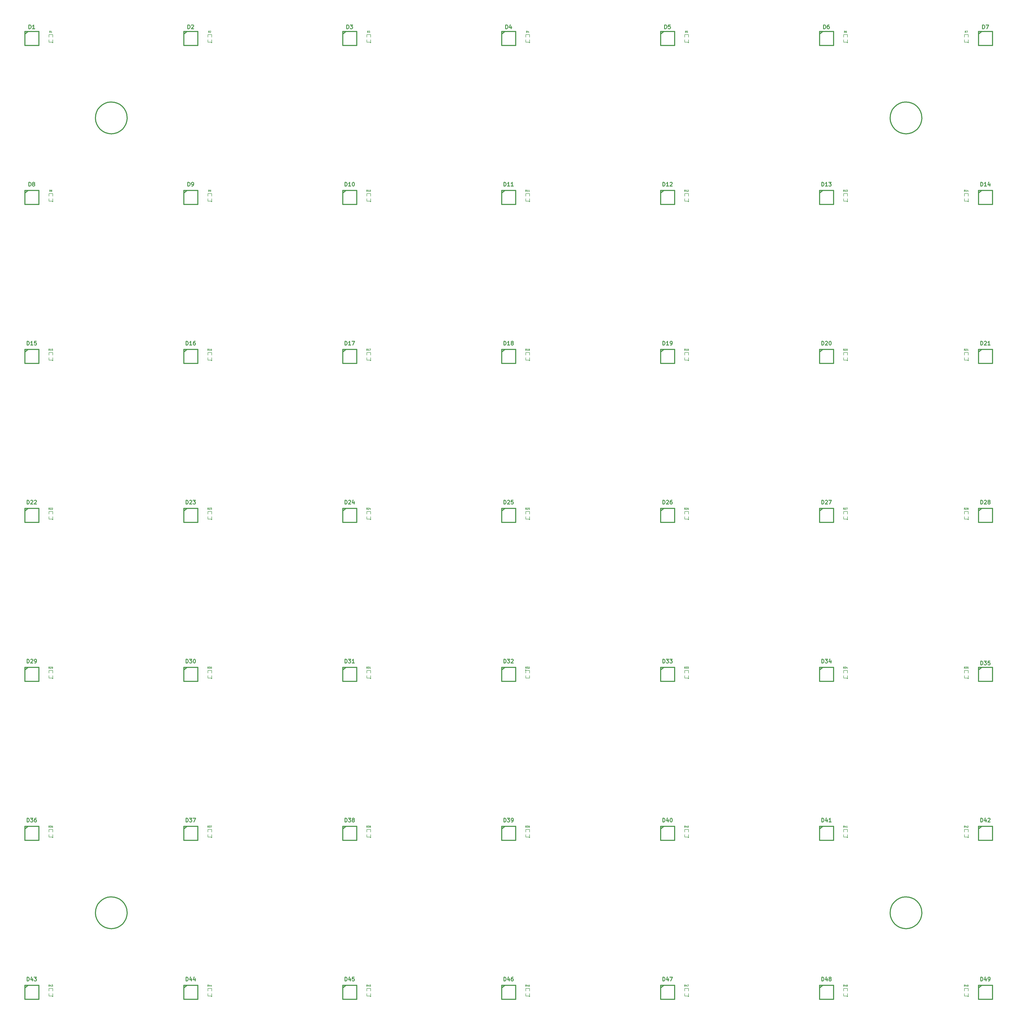
<source format=gto>
G04 (created by PCBNEW-RS274X (2011-07-19)-testing) date Tue 31 Jan 2012 04:13:43 PM PST*
G01*
G70*
G90*
%MOIN*%
G04 Gerber Fmt 3.4, Leading zero omitted, Abs format*
%FSLAX34Y34*%
G04 APERTURE LIST*
%ADD10C,0.006000*%
%ADD11C,0.015000*%
%ADD12C,0.005000*%
%ADD13C,0.012000*%
G04 APERTURE END LIST*
G54D10*
G54D11*
X111900Y-86400D02*
X111400Y-86800D01*
X113600Y-86400D02*
X111400Y-86400D01*
X111400Y-86400D02*
X111400Y-88600D01*
X111400Y-88600D02*
X113600Y-88600D01*
X113600Y-88600D02*
X113600Y-86400D01*
X136900Y-86400D02*
X136400Y-86800D01*
X138600Y-86400D02*
X136400Y-86400D01*
X136400Y-86400D02*
X136400Y-88600D01*
X136400Y-88600D02*
X138600Y-88600D01*
X138600Y-88600D02*
X138600Y-86400D01*
X161900Y-86400D02*
X161400Y-86800D01*
X163600Y-86400D02*
X161400Y-86400D01*
X161400Y-86400D02*
X161400Y-88600D01*
X161400Y-88600D02*
X163600Y-88600D01*
X163600Y-88600D02*
X163600Y-86400D01*
X11900Y-111400D02*
X11400Y-111800D01*
X13600Y-111400D02*
X11400Y-111400D01*
X11400Y-111400D02*
X11400Y-113600D01*
X11400Y-113600D02*
X13600Y-113600D01*
X13600Y-113600D02*
X13600Y-111400D01*
X36900Y-111400D02*
X36400Y-111800D01*
X38600Y-111400D02*
X36400Y-111400D01*
X36400Y-111400D02*
X36400Y-113600D01*
X36400Y-113600D02*
X38600Y-113600D01*
X38600Y-113600D02*
X38600Y-111400D01*
X61900Y-111400D02*
X61400Y-111800D01*
X63600Y-111400D02*
X61400Y-111400D01*
X61400Y-111400D02*
X61400Y-113600D01*
X61400Y-113600D02*
X63600Y-113600D01*
X63600Y-113600D02*
X63600Y-111400D01*
X86900Y-111400D02*
X86400Y-111800D01*
X88600Y-111400D02*
X86400Y-111400D01*
X86400Y-111400D02*
X86400Y-113600D01*
X86400Y-113600D02*
X88600Y-113600D01*
X88600Y-113600D02*
X88600Y-111400D01*
X111900Y-111400D02*
X111400Y-111800D01*
X113600Y-111400D02*
X111400Y-111400D01*
X111400Y-111400D02*
X111400Y-113600D01*
X111400Y-113600D02*
X113600Y-113600D01*
X113600Y-113600D02*
X113600Y-111400D01*
X136900Y-111400D02*
X136400Y-111800D01*
X138600Y-111400D02*
X136400Y-111400D01*
X136400Y-111400D02*
X136400Y-113600D01*
X136400Y-113600D02*
X138600Y-113600D01*
X138600Y-113600D02*
X138600Y-111400D01*
X161900Y-111400D02*
X161400Y-111800D01*
X163600Y-111400D02*
X161400Y-111400D01*
X161400Y-111400D02*
X161400Y-113600D01*
X161400Y-113600D02*
X163600Y-113600D01*
X163600Y-113600D02*
X163600Y-111400D01*
X11900Y-136400D02*
X11400Y-136800D01*
X13600Y-136400D02*
X11400Y-136400D01*
X11400Y-136400D02*
X11400Y-138600D01*
X11400Y-138600D02*
X13600Y-138600D01*
X13600Y-138600D02*
X13600Y-136400D01*
X36900Y-136400D02*
X36400Y-136800D01*
X38600Y-136400D02*
X36400Y-136400D01*
X36400Y-136400D02*
X36400Y-138600D01*
X36400Y-138600D02*
X38600Y-138600D01*
X38600Y-138600D02*
X38600Y-136400D01*
X61900Y-136400D02*
X61400Y-136800D01*
X63600Y-136400D02*
X61400Y-136400D01*
X61400Y-136400D02*
X61400Y-138600D01*
X61400Y-138600D02*
X63600Y-138600D01*
X63600Y-138600D02*
X63600Y-136400D01*
X86900Y-136400D02*
X86400Y-136800D01*
X88600Y-136400D02*
X86400Y-136400D01*
X86400Y-136400D02*
X86400Y-138600D01*
X86400Y-138600D02*
X88600Y-138600D01*
X88600Y-138600D02*
X88600Y-136400D01*
X111900Y-136400D02*
X111400Y-136800D01*
X113600Y-136400D02*
X111400Y-136400D01*
X111400Y-136400D02*
X111400Y-138600D01*
X111400Y-138600D02*
X113600Y-138600D01*
X113600Y-138600D02*
X113600Y-136400D01*
X136900Y-136400D02*
X136400Y-136800D01*
X138600Y-136400D02*
X136400Y-136400D01*
X136400Y-136400D02*
X136400Y-138600D01*
X136400Y-138600D02*
X138600Y-138600D01*
X138600Y-138600D02*
X138600Y-136400D01*
X161900Y-136400D02*
X161400Y-136800D01*
X163600Y-136400D02*
X161400Y-136400D01*
X161400Y-136400D02*
X161400Y-138600D01*
X161400Y-138600D02*
X163600Y-138600D01*
X163600Y-138600D02*
X163600Y-136400D01*
X11900Y-161400D02*
X11400Y-161800D01*
X13600Y-161400D02*
X11400Y-161400D01*
X11400Y-161400D02*
X11400Y-163600D01*
X11400Y-163600D02*
X13600Y-163600D01*
X13600Y-163600D02*
X13600Y-161400D01*
X36900Y-161400D02*
X36400Y-161800D01*
X38600Y-161400D02*
X36400Y-161400D01*
X36400Y-161400D02*
X36400Y-163600D01*
X36400Y-163600D02*
X38600Y-163600D01*
X38600Y-163600D02*
X38600Y-161400D01*
X61900Y-161400D02*
X61400Y-161800D01*
X63600Y-161400D02*
X61400Y-161400D01*
X61400Y-161400D02*
X61400Y-163600D01*
X61400Y-163600D02*
X63600Y-163600D01*
X63600Y-163600D02*
X63600Y-161400D01*
X86900Y-161400D02*
X86400Y-161800D01*
X88600Y-161400D02*
X86400Y-161400D01*
X86400Y-161400D02*
X86400Y-163600D01*
X86400Y-163600D02*
X88600Y-163600D01*
X88600Y-163600D02*
X88600Y-161400D01*
X111900Y-161400D02*
X111400Y-161800D01*
X113600Y-161400D02*
X111400Y-161400D01*
X111400Y-161400D02*
X111400Y-163600D01*
X111400Y-163600D02*
X113600Y-163600D01*
X113600Y-163600D02*
X113600Y-161400D01*
X136900Y-161400D02*
X136400Y-161800D01*
X138600Y-161400D02*
X136400Y-161400D01*
X136400Y-161400D02*
X136400Y-163600D01*
X136400Y-163600D02*
X138600Y-163600D01*
X138600Y-163600D02*
X138600Y-161400D01*
X161900Y-161400D02*
X161400Y-161800D01*
X163600Y-161400D02*
X161400Y-161400D01*
X161400Y-161400D02*
X161400Y-163600D01*
X161400Y-163600D02*
X163600Y-163600D01*
X163600Y-163600D02*
X163600Y-161400D01*
X11900Y-11400D02*
X11400Y-11800D01*
X13600Y-11400D02*
X11400Y-11400D01*
X11400Y-11400D02*
X11400Y-13600D01*
X11400Y-13600D02*
X13600Y-13600D01*
X13600Y-13600D02*
X13600Y-11400D01*
X36900Y-11400D02*
X36400Y-11800D01*
X38600Y-11400D02*
X36400Y-11400D01*
X36400Y-11400D02*
X36400Y-13600D01*
X36400Y-13600D02*
X38600Y-13600D01*
X38600Y-13600D02*
X38600Y-11400D01*
X61900Y-11400D02*
X61400Y-11800D01*
X63600Y-11400D02*
X61400Y-11400D01*
X61400Y-11400D02*
X61400Y-13600D01*
X61400Y-13600D02*
X63600Y-13600D01*
X63600Y-13600D02*
X63600Y-11400D01*
X86900Y-11400D02*
X86400Y-11800D01*
X88600Y-11400D02*
X86400Y-11400D01*
X86400Y-11400D02*
X86400Y-13600D01*
X86400Y-13600D02*
X88600Y-13600D01*
X88600Y-13600D02*
X88600Y-11400D01*
X111900Y-11400D02*
X111400Y-11800D01*
X113600Y-11400D02*
X111400Y-11400D01*
X111400Y-11400D02*
X111400Y-13600D01*
X111400Y-13600D02*
X113600Y-13600D01*
X113600Y-13600D02*
X113600Y-11400D01*
X136900Y-11400D02*
X136400Y-11800D01*
X138600Y-11400D02*
X136400Y-11400D01*
X136400Y-11400D02*
X136400Y-13600D01*
X136400Y-13600D02*
X138600Y-13600D01*
X138600Y-13600D02*
X138600Y-11400D01*
X161900Y-11400D02*
X161400Y-11800D01*
X163600Y-11400D02*
X161400Y-11400D01*
X161400Y-11400D02*
X161400Y-13600D01*
X161400Y-13600D02*
X163600Y-13600D01*
X163600Y-13600D02*
X163600Y-11400D01*
X11900Y-36400D02*
X11400Y-36800D01*
X13600Y-36400D02*
X11400Y-36400D01*
X11400Y-36400D02*
X11400Y-38600D01*
X11400Y-38600D02*
X13600Y-38600D01*
X13600Y-38600D02*
X13600Y-36400D01*
X36900Y-36400D02*
X36400Y-36800D01*
X38600Y-36400D02*
X36400Y-36400D01*
X36400Y-36400D02*
X36400Y-38600D01*
X36400Y-38600D02*
X38600Y-38600D01*
X38600Y-38600D02*
X38600Y-36400D01*
X61900Y-36400D02*
X61400Y-36800D01*
X63600Y-36400D02*
X61400Y-36400D01*
X61400Y-36400D02*
X61400Y-38600D01*
X61400Y-38600D02*
X63600Y-38600D01*
X63600Y-38600D02*
X63600Y-36400D01*
X86900Y-36400D02*
X86400Y-36800D01*
X88600Y-36400D02*
X86400Y-36400D01*
X86400Y-36400D02*
X86400Y-38600D01*
X86400Y-38600D02*
X88600Y-38600D01*
X88600Y-38600D02*
X88600Y-36400D01*
X111900Y-36400D02*
X111400Y-36800D01*
X113600Y-36400D02*
X111400Y-36400D01*
X111400Y-36400D02*
X111400Y-38600D01*
X111400Y-38600D02*
X113600Y-38600D01*
X113600Y-38600D02*
X113600Y-36400D01*
X86900Y-86400D02*
X86400Y-86800D01*
X88600Y-86400D02*
X86400Y-86400D01*
X86400Y-86400D02*
X86400Y-88600D01*
X86400Y-88600D02*
X88600Y-88600D01*
X88600Y-88600D02*
X88600Y-86400D01*
X61900Y-86400D02*
X61400Y-86800D01*
X63600Y-86400D02*
X61400Y-86400D01*
X61400Y-86400D02*
X61400Y-88600D01*
X61400Y-88600D02*
X63600Y-88600D01*
X63600Y-88600D02*
X63600Y-86400D01*
X36900Y-86400D02*
X36400Y-86800D01*
X38600Y-86400D02*
X36400Y-86400D01*
X36400Y-86400D02*
X36400Y-88600D01*
X36400Y-88600D02*
X38600Y-88600D01*
X38600Y-88600D02*
X38600Y-86400D01*
X11900Y-86400D02*
X11400Y-86800D01*
X13600Y-86400D02*
X11400Y-86400D01*
X11400Y-86400D02*
X11400Y-88600D01*
X11400Y-88600D02*
X13600Y-88600D01*
X13600Y-88600D02*
X13600Y-86400D01*
X161900Y-61400D02*
X161400Y-61800D01*
X163600Y-61400D02*
X161400Y-61400D01*
X161400Y-61400D02*
X161400Y-63600D01*
X161400Y-63600D02*
X163600Y-63600D01*
X163600Y-63600D02*
X163600Y-61400D01*
X136900Y-61400D02*
X136400Y-61800D01*
X138600Y-61400D02*
X136400Y-61400D01*
X136400Y-61400D02*
X136400Y-63600D01*
X136400Y-63600D02*
X138600Y-63600D01*
X138600Y-63600D02*
X138600Y-61400D01*
X111900Y-61400D02*
X111400Y-61800D01*
X113600Y-61400D02*
X111400Y-61400D01*
X111400Y-61400D02*
X111400Y-63600D01*
X111400Y-63600D02*
X113600Y-63600D01*
X113600Y-63600D02*
X113600Y-61400D01*
X86900Y-61400D02*
X86400Y-61800D01*
X88600Y-61400D02*
X86400Y-61400D01*
X86400Y-61400D02*
X86400Y-63600D01*
X86400Y-63600D02*
X88600Y-63600D01*
X88600Y-63600D02*
X88600Y-61400D01*
X61900Y-61400D02*
X61400Y-61800D01*
X63600Y-61400D02*
X61400Y-61400D01*
X61400Y-61400D02*
X61400Y-63600D01*
X61400Y-63600D02*
X63600Y-63600D01*
X63600Y-63600D02*
X63600Y-61400D01*
X36900Y-61400D02*
X36400Y-61800D01*
X38600Y-61400D02*
X36400Y-61400D01*
X36400Y-61400D02*
X36400Y-63600D01*
X36400Y-63600D02*
X38600Y-63600D01*
X38600Y-63600D02*
X38600Y-61400D01*
X11900Y-61400D02*
X11400Y-61800D01*
X13600Y-61400D02*
X11400Y-61400D01*
X11400Y-61400D02*
X11400Y-63600D01*
X11400Y-63600D02*
X13600Y-63600D01*
X13600Y-63600D02*
X13600Y-61400D01*
X161900Y-36400D02*
X161400Y-36800D01*
X163600Y-36400D02*
X161400Y-36400D01*
X161400Y-36400D02*
X161400Y-38600D01*
X161400Y-38600D02*
X163600Y-38600D01*
X163600Y-38600D02*
X163600Y-36400D01*
X136900Y-36400D02*
X136400Y-36800D01*
X138600Y-36400D02*
X136400Y-36400D01*
X136400Y-36400D02*
X136400Y-38600D01*
X136400Y-38600D02*
X138600Y-38600D01*
X138600Y-38600D02*
X138600Y-36400D01*
G54D12*
X40850Y-138150D02*
X40849Y-138159D01*
X40846Y-138169D01*
X40841Y-138177D01*
X40835Y-138185D01*
X40827Y-138191D01*
X40819Y-138196D01*
X40810Y-138198D01*
X40800Y-138199D01*
X40791Y-138199D01*
X40782Y-138196D01*
X40773Y-138191D01*
X40766Y-138185D01*
X40759Y-138178D01*
X40755Y-138169D01*
X40752Y-138160D01*
X40751Y-138150D01*
X40751Y-138141D01*
X40754Y-138132D01*
X40758Y-138123D01*
X40765Y-138116D01*
X40772Y-138109D01*
X40780Y-138105D01*
X40790Y-138102D01*
X40799Y-138101D01*
X40808Y-138101D01*
X40818Y-138104D01*
X40826Y-138108D01*
X40834Y-138114D01*
X40840Y-138122D01*
X40845Y-138130D01*
X40848Y-138139D01*
X40849Y-138149D01*
X40850Y-138150D01*
X40800Y-137700D02*
X40800Y-138100D01*
X40800Y-138100D02*
X40200Y-138100D01*
X40200Y-138100D02*
X40200Y-137700D01*
X40200Y-137300D02*
X40200Y-136900D01*
X40200Y-136900D02*
X40800Y-136900D01*
X40800Y-136900D02*
X40800Y-137300D01*
X15850Y-138150D02*
X15849Y-138159D01*
X15846Y-138169D01*
X15841Y-138177D01*
X15835Y-138185D01*
X15827Y-138191D01*
X15819Y-138196D01*
X15810Y-138198D01*
X15800Y-138199D01*
X15791Y-138199D01*
X15782Y-138196D01*
X15773Y-138191D01*
X15766Y-138185D01*
X15759Y-138178D01*
X15755Y-138169D01*
X15752Y-138160D01*
X15751Y-138150D01*
X15751Y-138141D01*
X15754Y-138132D01*
X15758Y-138123D01*
X15765Y-138116D01*
X15772Y-138109D01*
X15780Y-138105D01*
X15790Y-138102D01*
X15799Y-138101D01*
X15808Y-138101D01*
X15818Y-138104D01*
X15826Y-138108D01*
X15834Y-138114D01*
X15840Y-138122D01*
X15845Y-138130D01*
X15848Y-138139D01*
X15849Y-138149D01*
X15850Y-138150D01*
X15800Y-137700D02*
X15800Y-138100D01*
X15800Y-138100D02*
X15200Y-138100D01*
X15200Y-138100D02*
X15200Y-137700D01*
X15200Y-137300D02*
X15200Y-136900D01*
X15200Y-136900D02*
X15800Y-136900D01*
X15800Y-136900D02*
X15800Y-137300D01*
X159850Y-113150D02*
X159849Y-113159D01*
X159846Y-113169D01*
X159841Y-113177D01*
X159835Y-113185D01*
X159827Y-113191D01*
X159819Y-113196D01*
X159810Y-113198D01*
X159800Y-113199D01*
X159791Y-113199D01*
X159782Y-113196D01*
X159773Y-113191D01*
X159766Y-113185D01*
X159759Y-113178D01*
X159755Y-113169D01*
X159752Y-113160D01*
X159751Y-113150D01*
X159751Y-113141D01*
X159754Y-113132D01*
X159758Y-113123D01*
X159765Y-113116D01*
X159772Y-113109D01*
X159780Y-113105D01*
X159790Y-113102D01*
X159799Y-113101D01*
X159808Y-113101D01*
X159818Y-113104D01*
X159826Y-113108D01*
X159834Y-113114D01*
X159840Y-113122D01*
X159845Y-113130D01*
X159848Y-113139D01*
X159849Y-113149D01*
X159850Y-113150D01*
X159800Y-112700D02*
X159800Y-113100D01*
X159800Y-113100D02*
X159200Y-113100D01*
X159200Y-113100D02*
X159200Y-112700D01*
X159200Y-112300D02*
X159200Y-111900D01*
X159200Y-111900D02*
X159800Y-111900D01*
X159800Y-111900D02*
X159800Y-112300D01*
X140850Y-113150D02*
X140849Y-113159D01*
X140846Y-113169D01*
X140841Y-113177D01*
X140835Y-113185D01*
X140827Y-113191D01*
X140819Y-113196D01*
X140810Y-113198D01*
X140800Y-113199D01*
X140791Y-113199D01*
X140782Y-113196D01*
X140773Y-113191D01*
X140766Y-113185D01*
X140759Y-113178D01*
X140755Y-113169D01*
X140752Y-113160D01*
X140751Y-113150D01*
X140751Y-113141D01*
X140754Y-113132D01*
X140758Y-113123D01*
X140765Y-113116D01*
X140772Y-113109D01*
X140780Y-113105D01*
X140790Y-113102D01*
X140799Y-113101D01*
X140808Y-113101D01*
X140818Y-113104D01*
X140826Y-113108D01*
X140834Y-113114D01*
X140840Y-113122D01*
X140845Y-113130D01*
X140848Y-113139D01*
X140849Y-113149D01*
X140850Y-113150D01*
X140800Y-112700D02*
X140800Y-113100D01*
X140800Y-113100D02*
X140200Y-113100D01*
X140200Y-113100D02*
X140200Y-112700D01*
X140200Y-112300D02*
X140200Y-111900D01*
X140200Y-111900D02*
X140800Y-111900D01*
X140800Y-111900D02*
X140800Y-112300D01*
X115850Y-113150D02*
X115849Y-113159D01*
X115846Y-113169D01*
X115841Y-113177D01*
X115835Y-113185D01*
X115827Y-113191D01*
X115819Y-113196D01*
X115810Y-113198D01*
X115800Y-113199D01*
X115791Y-113199D01*
X115782Y-113196D01*
X115773Y-113191D01*
X115766Y-113185D01*
X115759Y-113178D01*
X115755Y-113169D01*
X115752Y-113160D01*
X115751Y-113150D01*
X115751Y-113141D01*
X115754Y-113132D01*
X115758Y-113123D01*
X115765Y-113116D01*
X115772Y-113109D01*
X115780Y-113105D01*
X115790Y-113102D01*
X115799Y-113101D01*
X115808Y-113101D01*
X115818Y-113104D01*
X115826Y-113108D01*
X115834Y-113114D01*
X115840Y-113122D01*
X115845Y-113130D01*
X115848Y-113139D01*
X115849Y-113149D01*
X115850Y-113150D01*
X115800Y-112700D02*
X115800Y-113100D01*
X115800Y-113100D02*
X115200Y-113100D01*
X115200Y-113100D02*
X115200Y-112700D01*
X115200Y-112300D02*
X115200Y-111900D01*
X115200Y-111900D02*
X115800Y-111900D01*
X115800Y-111900D02*
X115800Y-112300D01*
X90250Y-111850D02*
X90249Y-111859D01*
X90246Y-111869D01*
X90241Y-111877D01*
X90235Y-111885D01*
X90227Y-111891D01*
X90219Y-111896D01*
X90210Y-111898D01*
X90200Y-111899D01*
X90191Y-111899D01*
X90182Y-111896D01*
X90173Y-111891D01*
X90166Y-111885D01*
X90159Y-111878D01*
X90155Y-111869D01*
X90152Y-111860D01*
X90151Y-111850D01*
X90151Y-111841D01*
X90154Y-111832D01*
X90158Y-111823D01*
X90165Y-111816D01*
X90172Y-111809D01*
X90180Y-111805D01*
X90190Y-111802D01*
X90199Y-111801D01*
X90208Y-111801D01*
X90218Y-111804D01*
X90226Y-111808D01*
X90234Y-111814D01*
X90240Y-111822D01*
X90245Y-111830D01*
X90248Y-111839D01*
X90249Y-111849D01*
X90250Y-111850D01*
X90200Y-112300D02*
X90200Y-111900D01*
X90200Y-111900D02*
X90800Y-111900D01*
X90800Y-111900D02*
X90800Y-112300D01*
X90800Y-112700D02*
X90800Y-113100D01*
X90800Y-113100D02*
X90200Y-113100D01*
X90200Y-113100D02*
X90200Y-112700D01*
X65850Y-113150D02*
X65849Y-113159D01*
X65846Y-113169D01*
X65841Y-113177D01*
X65835Y-113185D01*
X65827Y-113191D01*
X65819Y-113196D01*
X65810Y-113198D01*
X65800Y-113199D01*
X65791Y-113199D01*
X65782Y-113196D01*
X65773Y-113191D01*
X65766Y-113185D01*
X65759Y-113178D01*
X65755Y-113169D01*
X65752Y-113160D01*
X65751Y-113150D01*
X65751Y-113141D01*
X65754Y-113132D01*
X65758Y-113123D01*
X65765Y-113116D01*
X65772Y-113109D01*
X65780Y-113105D01*
X65790Y-113102D01*
X65799Y-113101D01*
X65808Y-113101D01*
X65818Y-113104D01*
X65826Y-113108D01*
X65834Y-113114D01*
X65840Y-113122D01*
X65845Y-113130D01*
X65848Y-113139D01*
X65849Y-113149D01*
X65850Y-113150D01*
X65800Y-112700D02*
X65800Y-113100D01*
X65800Y-113100D02*
X65200Y-113100D01*
X65200Y-113100D02*
X65200Y-112700D01*
X65200Y-112300D02*
X65200Y-111900D01*
X65200Y-111900D02*
X65800Y-111900D01*
X65800Y-111900D02*
X65800Y-112300D01*
X40850Y-113150D02*
X40849Y-113159D01*
X40846Y-113169D01*
X40841Y-113177D01*
X40835Y-113185D01*
X40827Y-113191D01*
X40819Y-113196D01*
X40810Y-113198D01*
X40800Y-113199D01*
X40791Y-113199D01*
X40782Y-113196D01*
X40773Y-113191D01*
X40766Y-113185D01*
X40759Y-113178D01*
X40755Y-113169D01*
X40752Y-113160D01*
X40751Y-113150D01*
X40751Y-113141D01*
X40754Y-113132D01*
X40758Y-113123D01*
X40765Y-113116D01*
X40772Y-113109D01*
X40780Y-113105D01*
X40790Y-113102D01*
X40799Y-113101D01*
X40808Y-113101D01*
X40818Y-113104D01*
X40826Y-113108D01*
X40834Y-113114D01*
X40840Y-113122D01*
X40845Y-113130D01*
X40848Y-113139D01*
X40849Y-113149D01*
X40850Y-113150D01*
X40800Y-112700D02*
X40800Y-113100D01*
X40800Y-113100D02*
X40200Y-113100D01*
X40200Y-113100D02*
X40200Y-112700D01*
X40200Y-112300D02*
X40200Y-111900D01*
X40200Y-111900D02*
X40800Y-111900D01*
X40800Y-111900D02*
X40800Y-112300D01*
X15850Y-113150D02*
X15849Y-113159D01*
X15846Y-113169D01*
X15841Y-113177D01*
X15835Y-113185D01*
X15827Y-113191D01*
X15819Y-113196D01*
X15810Y-113198D01*
X15800Y-113199D01*
X15791Y-113199D01*
X15782Y-113196D01*
X15773Y-113191D01*
X15766Y-113185D01*
X15759Y-113178D01*
X15755Y-113169D01*
X15752Y-113160D01*
X15751Y-113150D01*
X15751Y-113141D01*
X15754Y-113132D01*
X15758Y-113123D01*
X15765Y-113116D01*
X15772Y-113109D01*
X15780Y-113105D01*
X15790Y-113102D01*
X15799Y-113101D01*
X15808Y-113101D01*
X15818Y-113104D01*
X15826Y-113108D01*
X15834Y-113114D01*
X15840Y-113122D01*
X15845Y-113130D01*
X15848Y-113139D01*
X15849Y-113149D01*
X15850Y-113150D01*
X15800Y-112700D02*
X15800Y-113100D01*
X15800Y-113100D02*
X15200Y-113100D01*
X15200Y-113100D02*
X15200Y-112700D01*
X15200Y-112300D02*
X15200Y-111900D01*
X15200Y-111900D02*
X15800Y-111900D01*
X15800Y-111900D02*
X15800Y-112300D01*
X159850Y-88150D02*
X159849Y-88159D01*
X159846Y-88169D01*
X159841Y-88177D01*
X159835Y-88185D01*
X159827Y-88191D01*
X159819Y-88196D01*
X159810Y-88198D01*
X159800Y-88199D01*
X159791Y-88199D01*
X159782Y-88196D01*
X159773Y-88191D01*
X159766Y-88185D01*
X159759Y-88178D01*
X159755Y-88169D01*
X159752Y-88160D01*
X159751Y-88150D01*
X159751Y-88141D01*
X159754Y-88132D01*
X159758Y-88123D01*
X159765Y-88116D01*
X159772Y-88109D01*
X159780Y-88105D01*
X159790Y-88102D01*
X159799Y-88101D01*
X159808Y-88101D01*
X159818Y-88104D01*
X159826Y-88108D01*
X159834Y-88114D01*
X159840Y-88122D01*
X159845Y-88130D01*
X159848Y-88139D01*
X159849Y-88149D01*
X159850Y-88150D01*
X159800Y-87700D02*
X159800Y-88100D01*
X159800Y-88100D02*
X159200Y-88100D01*
X159200Y-88100D02*
X159200Y-87700D01*
X159200Y-87300D02*
X159200Y-86900D01*
X159200Y-86900D02*
X159800Y-86900D01*
X159800Y-86900D02*
X159800Y-87300D01*
X140850Y-88150D02*
X140849Y-88159D01*
X140846Y-88169D01*
X140841Y-88177D01*
X140835Y-88185D01*
X140827Y-88191D01*
X140819Y-88196D01*
X140810Y-88198D01*
X140800Y-88199D01*
X140791Y-88199D01*
X140782Y-88196D01*
X140773Y-88191D01*
X140766Y-88185D01*
X140759Y-88178D01*
X140755Y-88169D01*
X140752Y-88160D01*
X140751Y-88150D01*
X140751Y-88141D01*
X140754Y-88132D01*
X140758Y-88123D01*
X140765Y-88116D01*
X140772Y-88109D01*
X140780Y-88105D01*
X140790Y-88102D01*
X140799Y-88101D01*
X140808Y-88101D01*
X140818Y-88104D01*
X140826Y-88108D01*
X140834Y-88114D01*
X140840Y-88122D01*
X140845Y-88130D01*
X140848Y-88139D01*
X140849Y-88149D01*
X140850Y-88150D01*
X140800Y-87700D02*
X140800Y-88100D01*
X140800Y-88100D02*
X140200Y-88100D01*
X140200Y-88100D02*
X140200Y-87700D01*
X140200Y-87300D02*
X140200Y-86900D01*
X140200Y-86900D02*
X140800Y-86900D01*
X140800Y-86900D02*
X140800Y-87300D01*
X115850Y-88150D02*
X115849Y-88159D01*
X115846Y-88169D01*
X115841Y-88177D01*
X115835Y-88185D01*
X115827Y-88191D01*
X115819Y-88196D01*
X115810Y-88198D01*
X115800Y-88199D01*
X115791Y-88199D01*
X115782Y-88196D01*
X115773Y-88191D01*
X115766Y-88185D01*
X115759Y-88178D01*
X115755Y-88169D01*
X115752Y-88160D01*
X115751Y-88150D01*
X115751Y-88141D01*
X115754Y-88132D01*
X115758Y-88123D01*
X115765Y-88116D01*
X115772Y-88109D01*
X115780Y-88105D01*
X115790Y-88102D01*
X115799Y-88101D01*
X115808Y-88101D01*
X115818Y-88104D01*
X115826Y-88108D01*
X115834Y-88114D01*
X115840Y-88122D01*
X115845Y-88130D01*
X115848Y-88139D01*
X115849Y-88149D01*
X115850Y-88150D01*
X115800Y-87700D02*
X115800Y-88100D01*
X115800Y-88100D02*
X115200Y-88100D01*
X115200Y-88100D02*
X115200Y-87700D01*
X115200Y-87300D02*
X115200Y-86900D01*
X115200Y-86900D02*
X115800Y-86900D01*
X115800Y-86900D02*
X115800Y-87300D01*
X65850Y-138150D02*
X65849Y-138159D01*
X65846Y-138169D01*
X65841Y-138177D01*
X65835Y-138185D01*
X65827Y-138191D01*
X65819Y-138196D01*
X65810Y-138198D01*
X65800Y-138199D01*
X65791Y-138199D01*
X65782Y-138196D01*
X65773Y-138191D01*
X65766Y-138185D01*
X65759Y-138178D01*
X65755Y-138169D01*
X65752Y-138160D01*
X65751Y-138150D01*
X65751Y-138141D01*
X65754Y-138132D01*
X65758Y-138123D01*
X65765Y-138116D01*
X65772Y-138109D01*
X65780Y-138105D01*
X65790Y-138102D01*
X65799Y-138101D01*
X65808Y-138101D01*
X65818Y-138104D01*
X65826Y-138108D01*
X65834Y-138114D01*
X65840Y-138122D01*
X65845Y-138130D01*
X65848Y-138139D01*
X65849Y-138149D01*
X65850Y-138150D01*
X65800Y-137700D02*
X65800Y-138100D01*
X65800Y-138100D02*
X65200Y-138100D01*
X65200Y-138100D02*
X65200Y-137700D01*
X65200Y-137300D02*
X65200Y-136900D01*
X65200Y-136900D02*
X65800Y-136900D01*
X65800Y-136900D02*
X65800Y-137300D01*
X90850Y-138150D02*
X90849Y-138159D01*
X90846Y-138169D01*
X90841Y-138177D01*
X90835Y-138185D01*
X90827Y-138191D01*
X90819Y-138196D01*
X90810Y-138198D01*
X90800Y-138199D01*
X90791Y-138199D01*
X90782Y-138196D01*
X90773Y-138191D01*
X90766Y-138185D01*
X90759Y-138178D01*
X90755Y-138169D01*
X90752Y-138160D01*
X90751Y-138150D01*
X90751Y-138141D01*
X90754Y-138132D01*
X90758Y-138123D01*
X90765Y-138116D01*
X90772Y-138109D01*
X90780Y-138105D01*
X90790Y-138102D01*
X90799Y-138101D01*
X90808Y-138101D01*
X90818Y-138104D01*
X90826Y-138108D01*
X90834Y-138114D01*
X90840Y-138122D01*
X90845Y-138130D01*
X90848Y-138139D01*
X90849Y-138149D01*
X90850Y-138150D01*
X90800Y-137700D02*
X90800Y-138100D01*
X90800Y-138100D02*
X90200Y-138100D01*
X90200Y-138100D02*
X90200Y-137700D01*
X90200Y-137300D02*
X90200Y-136900D01*
X90200Y-136900D02*
X90800Y-136900D01*
X90800Y-136900D02*
X90800Y-137300D01*
X115850Y-138150D02*
X115849Y-138159D01*
X115846Y-138169D01*
X115841Y-138177D01*
X115835Y-138185D01*
X115827Y-138191D01*
X115819Y-138196D01*
X115810Y-138198D01*
X115800Y-138199D01*
X115791Y-138199D01*
X115782Y-138196D01*
X115773Y-138191D01*
X115766Y-138185D01*
X115759Y-138178D01*
X115755Y-138169D01*
X115752Y-138160D01*
X115751Y-138150D01*
X115751Y-138141D01*
X115754Y-138132D01*
X115758Y-138123D01*
X115765Y-138116D01*
X115772Y-138109D01*
X115780Y-138105D01*
X115790Y-138102D01*
X115799Y-138101D01*
X115808Y-138101D01*
X115818Y-138104D01*
X115826Y-138108D01*
X115834Y-138114D01*
X115840Y-138122D01*
X115845Y-138130D01*
X115848Y-138139D01*
X115849Y-138149D01*
X115850Y-138150D01*
X115800Y-137700D02*
X115800Y-138100D01*
X115800Y-138100D02*
X115200Y-138100D01*
X115200Y-138100D02*
X115200Y-137700D01*
X115200Y-137300D02*
X115200Y-136900D01*
X115200Y-136900D02*
X115800Y-136900D01*
X115800Y-136900D02*
X115800Y-137300D01*
X140850Y-138150D02*
X140849Y-138159D01*
X140846Y-138169D01*
X140841Y-138177D01*
X140835Y-138185D01*
X140827Y-138191D01*
X140819Y-138196D01*
X140810Y-138198D01*
X140800Y-138199D01*
X140791Y-138199D01*
X140782Y-138196D01*
X140773Y-138191D01*
X140766Y-138185D01*
X140759Y-138178D01*
X140755Y-138169D01*
X140752Y-138160D01*
X140751Y-138150D01*
X140751Y-138141D01*
X140754Y-138132D01*
X140758Y-138123D01*
X140765Y-138116D01*
X140772Y-138109D01*
X140780Y-138105D01*
X140790Y-138102D01*
X140799Y-138101D01*
X140808Y-138101D01*
X140818Y-138104D01*
X140826Y-138108D01*
X140834Y-138114D01*
X140840Y-138122D01*
X140845Y-138130D01*
X140848Y-138139D01*
X140849Y-138149D01*
X140850Y-138150D01*
X140800Y-137700D02*
X140800Y-138100D01*
X140800Y-138100D02*
X140200Y-138100D01*
X140200Y-138100D02*
X140200Y-137700D01*
X140200Y-137300D02*
X140200Y-136900D01*
X140200Y-136900D02*
X140800Y-136900D01*
X140800Y-136900D02*
X140800Y-137300D01*
X159850Y-138150D02*
X159849Y-138159D01*
X159846Y-138169D01*
X159841Y-138177D01*
X159835Y-138185D01*
X159827Y-138191D01*
X159819Y-138196D01*
X159810Y-138198D01*
X159800Y-138199D01*
X159791Y-138199D01*
X159782Y-138196D01*
X159773Y-138191D01*
X159766Y-138185D01*
X159759Y-138178D01*
X159755Y-138169D01*
X159752Y-138160D01*
X159751Y-138150D01*
X159751Y-138141D01*
X159754Y-138132D01*
X159758Y-138123D01*
X159765Y-138116D01*
X159772Y-138109D01*
X159780Y-138105D01*
X159790Y-138102D01*
X159799Y-138101D01*
X159808Y-138101D01*
X159818Y-138104D01*
X159826Y-138108D01*
X159834Y-138114D01*
X159840Y-138122D01*
X159845Y-138130D01*
X159848Y-138139D01*
X159849Y-138149D01*
X159850Y-138150D01*
X159800Y-137700D02*
X159800Y-138100D01*
X159800Y-138100D02*
X159200Y-138100D01*
X159200Y-138100D02*
X159200Y-137700D01*
X159200Y-137300D02*
X159200Y-136900D01*
X159200Y-136900D02*
X159800Y-136900D01*
X159800Y-136900D02*
X159800Y-137300D01*
X15850Y-163150D02*
X15849Y-163159D01*
X15846Y-163169D01*
X15841Y-163177D01*
X15835Y-163185D01*
X15827Y-163191D01*
X15819Y-163196D01*
X15810Y-163198D01*
X15800Y-163199D01*
X15791Y-163199D01*
X15782Y-163196D01*
X15773Y-163191D01*
X15766Y-163185D01*
X15759Y-163178D01*
X15755Y-163169D01*
X15752Y-163160D01*
X15751Y-163150D01*
X15751Y-163141D01*
X15754Y-163132D01*
X15758Y-163123D01*
X15765Y-163116D01*
X15772Y-163109D01*
X15780Y-163105D01*
X15790Y-163102D01*
X15799Y-163101D01*
X15808Y-163101D01*
X15818Y-163104D01*
X15826Y-163108D01*
X15834Y-163114D01*
X15840Y-163122D01*
X15845Y-163130D01*
X15848Y-163139D01*
X15849Y-163149D01*
X15850Y-163150D01*
X15800Y-162700D02*
X15800Y-163100D01*
X15800Y-163100D02*
X15200Y-163100D01*
X15200Y-163100D02*
X15200Y-162700D01*
X15200Y-162300D02*
X15200Y-161900D01*
X15200Y-161900D02*
X15800Y-161900D01*
X15800Y-161900D02*
X15800Y-162300D01*
X40850Y-163150D02*
X40849Y-163159D01*
X40846Y-163169D01*
X40841Y-163177D01*
X40835Y-163185D01*
X40827Y-163191D01*
X40819Y-163196D01*
X40810Y-163198D01*
X40800Y-163199D01*
X40791Y-163199D01*
X40782Y-163196D01*
X40773Y-163191D01*
X40766Y-163185D01*
X40759Y-163178D01*
X40755Y-163169D01*
X40752Y-163160D01*
X40751Y-163150D01*
X40751Y-163141D01*
X40754Y-163132D01*
X40758Y-163123D01*
X40765Y-163116D01*
X40772Y-163109D01*
X40780Y-163105D01*
X40790Y-163102D01*
X40799Y-163101D01*
X40808Y-163101D01*
X40818Y-163104D01*
X40826Y-163108D01*
X40834Y-163114D01*
X40840Y-163122D01*
X40845Y-163130D01*
X40848Y-163139D01*
X40849Y-163149D01*
X40850Y-163150D01*
X40800Y-162700D02*
X40800Y-163100D01*
X40800Y-163100D02*
X40200Y-163100D01*
X40200Y-163100D02*
X40200Y-162700D01*
X40200Y-162300D02*
X40200Y-161900D01*
X40200Y-161900D02*
X40800Y-161900D01*
X40800Y-161900D02*
X40800Y-162300D01*
X65850Y-163150D02*
X65849Y-163159D01*
X65846Y-163169D01*
X65841Y-163177D01*
X65835Y-163185D01*
X65827Y-163191D01*
X65819Y-163196D01*
X65810Y-163198D01*
X65800Y-163199D01*
X65791Y-163199D01*
X65782Y-163196D01*
X65773Y-163191D01*
X65766Y-163185D01*
X65759Y-163178D01*
X65755Y-163169D01*
X65752Y-163160D01*
X65751Y-163150D01*
X65751Y-163141D01*
X65754Y-163132D01*
X65758Y-163123D01*
X65765Y-163116D01*
X65772Y-163109D01*
X65780Y-163105D01*
X65790Y-163102D01*
X65799Y-163101D01*
X65808Y-163101D01*
X65818Y-163104D01*
X65826Y-163108D01*
X65834Y-163114D01*
X65840Y-163122D01*
X65845Y-163130D01*
X65848Y-163139D01*
X65849Y-163149D01*
X65850Y-163150D01*
X65800Y-162700D02*
X65800Y-163100D01*
X65800Y-163100D02*
X65200Y-163100D01*
X65200Y-163100D02*
X65200Y-162700D01*
X65200Y-162300D02*
X65200Y-161900D01*
X65200Y-161900D02*
X65800Y-161900D01*
X65800Y-161900D02*
X65800Y-162300D01*
X90850Y-163150D02*
X90849Y-163159D01*
X90846Y-163169D01*
X90841Y-163177D01*
X90835Y-163185D01*
X90827Y-163191D01*
X90819Y-163196D01*
X90810Y-163198D01*
X90800Y-163199D01*
X90791Y-163199D01*
X90782Y-163196D01*
X90773Y-163191D01*
X90766Y-163185D01*
X90759Y-163178D01*
X90755Y-163169D01*
X90752Y-163160D01*
X90751Y-163150D01*
X90751Y-163141D01*
X90754Y-163132D01*
X90758Y-163123D01*
X90765Y-163116D01*
X90772Y-163109D01*
X90780Y-163105D01*
X90790Y-163102D01*
X90799Y-163101D01*
X90808Y-163101D01*
X90818Y-163104D01*
X90826Y-163108D01*
X90834Y-163114D01*
X90840Y-163122D01*
X90845Y-163130D01*
X90848Y-163139D01*
X90849Y-163149D01*
X90850Y-163150D01*
X90800Y-162700D02*
X90800Y-163100D01*
X90800Y-163100D02*
X90200Y-163100D01*
X90200Y-163100D02*
X90200Y-162700D01*
X90200Y-162300D02*
X90200Y-161900D01*
X90200Y-161900D02*
X90800Y-161900D01*
X90800Y-161900D02*
X90800Y-162300D01*
X115850Y-163150D02*
X115849Y-163159D01*
X115846Y-163169D01*
X115841Y-163177D01*
X115835Y-163185D01*
X115827Y-163191D01*
X115819Y-163196D01*
X115810Y-163198D01*
X115800Y-163199D01*
X115791Y-163199D01*
X115782Y-163196D01*
X115773Y-163191D01*
X115766Y-163185D01*
X115759Y-163178D01*
X115755Y-163169D01*
X115752Y-163160D01*
X115751Y-163150D01*
X115751Y-163141D01*
X115754Y-163132D01*
X115758Y-163123D01*
X115765Y-163116D01*
X115772Y-163109D01*
X115780Y-163105D01*
X115790Y-163102D01*
X115799Y-163101D01*
X115808Y-163101D01*
X115818Y-163104D01*
X115826Y-163108D01*
X115834Y-163114D01*
X115840Y-163122D01*
X115845Y-163130D01*
X115848Y-163139D01*
X115849Y-163149D01*
X115850Y-163150D01*
X115800Y-162700D02*
X115800Y-163100D01*
X115800Y-163100D02*
X115200Y-163100D01*
X115200Y-163100D02*
X115200Y-162700D01*
X115200Y-162300D02*
X115200Y-161900D01*
X115200Y-161900D02*
X115800Y-161900D01*
X115800Y-161900D02*
X115800Y-162300D01*
X140850Y-163150D02*
X140849Y-163159D01*
X140846Y-163169D01*
X140841Y-163177D01*
X140835Y-163185D01*
X140827Y-163191D01*
X140819Y-163196D01*
X140810Y-163198D01*
X140800Y-163199D01*
X140791Y-163199D01*
X140782Y-163196D01*
X140773Y-163191D01*
X140766Y-163185D01*
X140759Y-163178D01*
X140755Y-163169D01*
X140752Y-163160D01*
X140751Y-163150D01*
X140751Y-163141D01*
X140754Y-163132D01*
X140758Y-163123D01*
X140765Y-163116D01*
X140772Y-163109D01*
X140780Y-163105D01*
X140790Y-163102D01*
X140799Y-163101D01*
X140808Y-163101D01*
X140818Y-163104D01*
X140826Y-163108D01*
X140834Y-163114D01*
X140840Y-163122D01*
X140845Y-163130D01*
X140848Y-163139D01*
X140849Y-163149D01*
X140850Y-163150D01*
X140800Y-162700D02*
X140800Y-163100D01*
X140800Y-163100D02*
X140200Y-163100D01*
X140200Y-163100D02*
X140200Y-162700D01*
X140200Y-162300D02*
X140200Y-161900D01*
X140200Y-161900D02*
X140800Y-161900D01*
X140800Y-161900D02*
X140800Y-162300D01*
X159850Y-163150D02*
X159849Y-163159D01*
X159846Y-163169D01*
X159841Y-163177D01*
X159835Y-163185D01*
X159827Y-163191D01*
X159819Y-163196D01*
X159810Y-163198D01*
X159800Y-163199D01*
X159791Y-163199D01*
X159782Y-163196D01*
X159773Y-163191D01*
X159766Y-163185D01*
X159759Y-163178D01*
X159755Y-163169D01*
X159752Y-163160D01*
X159751Y-163150D01*
X159751Y-163141D01*
X159754Y-163132D01*
X159758Y-163123D01*
X159765Y-163116D01*
X159772Y-163109D01*
X159780Y-163105D01*
X159790Y-163102D01*
X159799Y-163101D01*
X159808Y-163101D01*
X159818Y-163104D01*
X159826Y-163108D01*
X159834Y-163114D01*
X159840Y-163122D01*
X159845Y-163130D01*
X159848Y-163139D01*
X159849Y-163149D01*
X159850Y-163150D01*
X159800Y-162700D02*
X159800Y-163100D01*
X159800Y-163100D02*
X159200Y-163100D01*
X159200Y-163100D02*
X159200Y-162700D01*
X159200Y-162300D02*
X159200Y-161900D01*
X159200Y-161900D02*
X159800Y-161900D01*
X159800Y-161900D02*
X159800Y-162300D01*
X15850Y-13150D02*
X15849Y-13159D01*
X15846Y-13169D01*
X15841Y-13177D01*
X15835Y-13185D01*
X15827Y-13191D01*
X15819Y-13196D01*
X15810Y-13198D01*
X15800Y-13199D01*
X15791Y-13199D01*
X15782Y-13196D01*
X15773Y-13191D01*
X15766Y-13185D01*
X15759Y-13178D01*
X15755Y-13169D01*
X15752Y-13160D01*
X15751Y-13150D01*
X15751Y-13141D01*
X15754Y-13132D01*
X15758Y-13123D01*
X15765Y-13116D01*
X15772Y-13109D01*
X15780Y-13105D01*
X15790Y-13102D01*
X15799Y-13101D01*
X15808Y-13101D01*
X15818Y-13104D01*
X15826Y-13108D01*
X15834Y-13114D01*
X15840Y-13122D01*
X15845Y-13130D01*
X15848Y-13139D01*
X15849Y-13149D01*
X15850Y-13150D01*
X15800Y-12700D02*
X15800Y-13100D01*
X15800Y-13100D02*
X15200Y-13100D01*
X15200Y-13100D02*
X15200Y-12700D01*
X15200Y-12300D02*
X15200Y-11900D01*
X15200Y-11900D02*
X15800Y-11900D01*
X15800Y-11900D02*
X15800Y-12300D01*
X40850Y-13150D02*
X40849Y-13159D01*
X40846Y-13169D01*
X40841Y-13177D01*
X40835Y-13185D01*
X40827Y-13191D01*
X40819Y-13196D01*
X40810Y-13198D01*
X40800Y-13199D01*
X40791Y-13199D01*
X40782Y-13196D01*
X40773Y-13191D01*
X40766Y-13185D01*
X40759Y-13178D01*
X40755Y-13169D01*
X40752Y-13160D01*
X40751Y-13150D01*
X40751Y-13141D01*
X40754Y-13132D01*
X40758Y-13123D01*
X40765Y-13116D01*
X40772Y-13109D01*
X40780Y-13105D01*
X40790Y-13102D01*
X40799Y-13101D01*
X40808Y-13101D01*
X40818Y-13104D01*
X40826Y-13108D01*
X40834Y-13114D01*
X40840Y-13122D01*
X40845Y-13130D01*
X40848Y-13139D01*
X40849Y-13149D01*
X40850Y-13150D01*
X40800Y-12700D02*
X40800Y-13100D01*
X40800Y-13100D02*
X40200Y-13100D01*
X40200Y-13100D02*
X40200Y-12700D01*
X40200Y-12300D02*
X40200Y-11900D01*
X40200Y-11900D02*
X40800Y-11900D01*
X40800Y-11900D02*
X40800Y-12300D01*
X65850Y-13150D02*
X65849Y-13159D01*
X65846Y-13169D01*
X65841Y-13177D01*
X65835Y-13185D01*
X65827Y-13191D01*
X65819Y-13196D01*
X65810Y-13198D01*
X65800Y-13199D01*
X65791Y-13199D01*
X65782Y-13196D01*
X65773Y-13191D01*
X65766Y-13185D01*
X65759Y-13178D01*
X65755Y-13169D01*
X65752Y-13160D01*
X65751Y-13150D01*
X65751Y-13141D01*
X65754Y-13132D01*
X65758Y-13123D01*
X65765Y-13116D01*
X65772Y-13109D01*
X65780Y-13105D01*
X65790Y-13102D01*
X65799Y-13101D01*
X65808Y-13101D01*
X65818Y-13104D01*
X65826Y-13108D01*
X65834Y-13114D01*
X65840Y-13122D01*
X65845Y-13130D01*
X65848Y-13139D01*
X65849Y-13149D01*
X65850Y-13150D01*
X65800Y-12700D02*
X65800Y-13100D01*
X65800Y-13100D02*
X65200Y-13100D01*
X65200Y-13100D02*
X65200Y-12700D01*
X65200Y-12300D02*
X65200Y-11900D01*
X65200Y-11900D02*
X65800Y-11900D01*
X65800Y-11900D02*
X65800Y-12300D01*
X90850Y-13150D02*
X90849Y-13159D01*
X90846Y-13169D01*
X90841Y-13177D01*
X90835Y-13185D01*
X90827Y-13191D01*
X90819Y-13196D01*
X90810Y-13198D01*
X90800Y-13199D01*
X90791Y-13199D01*
X90782Y-13196D01*
X90773Y-13191D01*
X90766Y-13185D01*
X90759Y-13178D01*
X90755Y-13169D01*
X90752Y-13160D01*
X90751Y-13150D01*
X90751Y-13141D01*
X90754Y-13132D01*
X90758Y-13123D01*
X90765Y-13116D01*
X90772Y-13109D01*
X90780Y-13105D01*
X90790Y-13102D01*
X90799Y-13101D01*
X90808Y-13101D01*
X90818Y-13104D01*
X90826Y-13108D01*
X90834Y-13114D01*
X90840Y-13122D01*
X90845Y-13130D01*
X90848Y-13139D01*
X90849Y-13149D01*
X90850Y-13150D01*
X90800Y-12700D02*
X90800Y-13100D01*
X90800Y-13100D02*
X90200Y-13100D01*
X90200Y-13100D02*
X90200Y-12700D01*
X90200Y-12300D02*
X90200Y-11900D01*
X90200Y-11900D02*
X90800Y-11900D01*
X90800Y-11900D02*
X90800Y-12300D01*
X115850Y-13150D02*
X115849Y-13159D01*
X115846Y-13169D01*
X115841Y-13177D01*
X115835Y-13185D01*
X115827Y-13191D01*
X115819Y-13196D01*
X115810Y-13198D01*
X115800Y-13199D01*
X115791Y-13199D01*
X115782Y-13196D01*
X115773Y-13191D01*
X115766Y-13185D01*
X115759Y-13178D01*
X115755Y-13169D01*
X115752Y-13160D01*
X115751Y-13150D01*
X115751Y-13141D01*
X115754Y-13132D01*
X115758Y-13123D01*
X115765Y-13116D01*
X115772Y-13109D01*
X115780Y-13105D01*
X115790Y-13102D01*
X115799Y-13101D01*
X115808Y-13101D01*
X115818Y-13104D01*
X115826Y-13108D01*
X115834Y-13114D01*
X115840Y-13122D01*
X115845Y-13130D01*
X115848Y-13139D01*
X115849Y-13149D01*
X115850Y-13150D01*
X115800Y-12700D02*
X115800Y-13100D01*
X115800Y-13100D02*
X115200Y-13100D01*
X115200Y-13100D02*
X115200Y-12700D01*
X115200Y-12300D02*
X115200Y-11900D01*
X115200Y-11900D02*
X115800Y-11900D01*
X115800Y-11900D02*
X115800Y-12300D01*
X140850Y-13150D02*
X140849Y-13159D01*
X140846Y-13169D01*
X140841Y-13177D01*
X140835Y-13185D01*
X140827Y-13191D01*
X140819Y-13196D01*
X140810Y-13198D01*
X140800Y-13199D01*
X140791Y-13199D01*
X140782Y-13196D01*
X140773Y-13191D01*
X140766Y-13185D01*
X140759Y-13178D01*
X140755Y-13169D01*
X140752Y-13160D01*
X140751Y-13150D01*
X140751Y-13141D01*
X140754Y-13132D01*
X140758Y-13123D01*
X140765Y-13116D01*
X140772Y-13109D01*
X140780Y-13105D01*
X140790Y-13102D01*
X140799Y-13101D01*
X140808Y-13101D01*
X140818Y-13104D01*
X140826Y-13108D01*
X140834Y-13114D01*
X140840Y-13122D01*
X140845Y-13130D01*
X140848Y-13139D01*
X140849Y-13149D01*
X140850Y-13150D01*
X140800Y-12700D02*
X140800Y-13100D01*
X140800Y-13100D02*
X140200Y-13100D01*
X140200Y-13100D02*
X140200Y-12700D01*
X140200Y-12300D02*
X140200Y-11900D01*
X140200Y-11900D02*
X140800Y-11900D01*
X140800Y-11900D02*
X140800Y-12300D01*
X159850Y-13150D02*
X159849Y-13159D01*
X159846Y-13169D01*
X159841Y-13177D01*
X159835Y-13185D01*
X159827Y-13191D01*
X159819Y-13196D01*
X159810Y-13198D01*
X159800Y-13199D01*
X159791Y-13199D01*
X159782Y-13196D01*
X159773Y-13191D01*
X159766Y-13185D01*
X159759Y-13178D01*
X159755Y-13169D01*
X159752Y-13160D01*
X159751Y-13150D01*
X159751Y-13141D01*
X159754Y-13132D01*
X159758Y-13123D01*
X159765Y-13116D01*
X159772Y-13109D01*
X159780Y-13105D01*
X159790Y-13102D01*
X159799Y-13101D01*
X159808Y-13101D01*
X159818Y-13104D01*
X159826Y-13108D01*
X159834Y-13114D01*
X159840Y-13122D01*
X159845Y-13130D01*
X159848Y-13139D01*
X159849Y-13149D01*
X159850Y-13150D01*
X159800Y-12700D02*
X159800Y-13100D01*
X159800Y-13100D02*
X159200Y-13100D01*
X159200Y-13100D02*
X159200Y-12700D01*
X159200Y-12300D02*
X159200Y-11900D01*
X159200Y-11900D02*
X159800Y-11900D01*
X159800Y-11900D02*
X159800Y-12300D01*
X15850Y-38150D02*
X15849Y-38159D01*
X15846Y-38169D01*
X15841Y-38177D01*
X15835Y-38185D01*
X15827Y-38191D01*
X15819Y-38196D01*
X15810Y-38198D01*
X15800Y-38199D01*
X15791Y-38199D01*
X15782Y-38196D01*
X15773Y-38191D01*
X15766Y-38185D01*
X15759Y-38178D01*
X15755Y-38169D01*
X15752Y-38160D01*
X15751Y-38150D01*
X15751Y-38141D01*
X15754Y-38132D01*
X15758Y-38123D01*
X15765Y-38116D01*
X15772Y-38109D01*
X15780Y-38105D01*
X15790Y-38102D01*
X15799Y-38101D01*
X15808Y-38101D01*
X15818Y-38104D01*
X15826Y-38108D01*
X15834Y-38114D01*
X15840Y-38122D01*
X15845Y-38130D01*
X15848Y-38139D01*
X15849Y-38149D01*
X15850Y-38150D01*
X15800Y-37700D02*
X15800Y-38100D01*
X15800Y-38100D02*
X15200Y-38100D01*
X15200Y-38100D02*
X15200Y-37700D01*
X15200Y-37300D02*
X15200Y-36900D01*
X15200Y-36900D02*
X15800Y-36900D01*
X15800Y-36900D02*
X15800Y-37300D01*
X40850Y-38150D02*
X40849Y-38159D01*
X40846Y-38169D01*
X40841Y-38177D01*
X40835Y-38185D01*
X40827Y-38191D01*
X40819Y-38196D01*
X40810Y-38198D01*
X40800Y-38199D01*
X40791Y-38199D01*
X40782Y-38196D01*
X40773Y-38191D01*
X40766Y-38185D01*
X40759Y-38178D01*
X40755Y-38169D01*
X40752Y-38160D01*
X40751Y-38150D01*
X40751Y-38141D01*
X40754Y-38132D01*
X40758Y-38123D01*
X40765Y-38116D01*
X40772Y-38109D01*
X40780Y-38105D01*
X40790Y-38102D01*
X40799Y-38101D01*
X40808Y-38101D01*
X40818Y-38104D01*
X40826Y-38108D01*
X40834Y-38114D01*
X40840Y-38122D01*
X40845Y-38130D01*
X40848Y-38139D01*
X40849Y-38149D01*
X40850Y-38150D01*
X40800Y-37700D02*
X40800Y-38100D01*
X40800Y-38100D02*
X40200Y-38100D01*
X40200Y-38100D02*
X40200Y-37700D01*
X40200Y-37300D02*
X40200Y-36900D01*
X40200Y-36900D02*
X40800Y-36900D01*
X40800Y-36900D02*
X40800Y-37300D01*
X65850Y-38150D02*
X65849Y-38159D01*
X65846Y-38169D01*
X65841Y-38177D01*
X65835Y-38185D01*
X65827Y-38191D01*
X65819Y-38196D01*
X65810Y-38198D01*
X65800Y-38199D01*
X65791Y-38199D01*
X65782Y-38196D01*
X65773Y-38191D01*
X65766Y-38185D01*
X65759Y-38178D01*
X65755Y-38169D01*
X65752Y-38160D01*
X65751Y-38150D01*
X65751Y-38141D01*
X65754Y-38132D01*
X65758Y-38123D01*
X65765Y-38116D01*
X65772Y-38109D01*
X65780Y-38105D01*
X65790Y-38102D01*
X65799Y-38101D01*
X65808Y-38101D01*
X65818Y-38104D01*
X65826Y-38108D01*
X65834Y-38114D01*
X65840Y-38122D01*
X65845Y-38130D01*
X65848Y-38139D01*
X65849Y-38149D01*
X65850Y-38150D01*
X65800Y-37700D02*
X65800Y-38100D01*
X65800Y-38100D02*
X65200Y-38100D01*
X65200Y-38100D02*
X65200Y-37700D01*
X65200Y-37300D02*
X65200Y-36900D01*
X65200Y-36900D02*
X65800Y-36900D01*
X65800Y-36900D02*
X65800Y-37300D01*
X90850Y-38150D02*
X90849Y-38159D01*
X90846Y-38169D01*
X90841Y-38177D01*
X90835Y-38185D01*
X90827Y-38191D01*
X90819Y-38196D01*
X90810Y-38198D01*
X90800Y-38199D01*
X90791Y-38199D01*
X90782Y-38196D01*
X90773Y-38191D01*
X90766Y-38185D01*
X90759Y-38178D01*
X90755Y-38169D01*
X90752Y-38160D01*
X90751Y-38150D01*
X90751Y-38141D01*
X90754Y-38132D01*
X90758Y-38123D01*
X90765Y-38116D01*
X90772Y-38109D01*
X90780Y-38105D01*
X90790Y-38102D01*
X90799Y-38101D01*
X90808Y-38101D01*
X90818Y-38104D01*
X90826Y-38108D01*
X90834Y-38114D01*
X90840Y-38122D01*
X90845Y-38130D01*
X90848Y-38139D01*
X90849Y-38149D01*
X90850Y-38150D01*
X90800Y-37700D02*
X90800Y-38100D01*
X90800Y-38100D02*
X90200Y-38100D01*
X90200Y-38100D02*
X90200Y-37700D01*
X90200Y-37300D02*
X90200Y-36900D01*
X90200Y-36900D02*
X90800Y-36900D01*
X90800Y-36900D02*
X90800Y-37300D01*
X115850Y-38150D02*
X115849Y-38159D01*
X115846Y-38169D01*
X115841Y-38177D01*
X115835Y-38185D01*
X115827Y-38191D01*
X115819Y-38196D01*
X115810Y-38198D01*
X115800Y-38199D01*
X115791Y-38199D01*
X115782Y-38196D01*
X115773Y-38191D01*
X115766Y-38185D01*
X115759Y-38178D01*
X115755Y-38169D01*
X115752Y-38160D01*
X115751Y-38150D01*
X115751Y-38141D01*
X115754Y-38132D01*
X115758Y-38123D01*
X115765Y-38116D01*
X115772Y-38109D01*
X115780Y-38105D01*
X115790Y-38102D01*
X115799Y-38101D01*
X115808Y-38101D01*
X115818Y-38104D01*
X115826Y-38108D01*
X115834Y-38114D01*
X115840Y-38122D01*
X115845Y-38130D01*
X115848Y-38139D01*
X115849Y-38149D01*
X115850Y-38150D01*
X115800Y-37700D02*
X115800Y-38100D01*
X115800Y-38100D02*
X115200Y-38100D01*
X115200Y-38100D02*
X115200Y-37700D01*
X115200Y-37300D02*
X115200Y-36900D01*
X115200Y-36900D02*
X115800Y-36900D01*
X115800Y-36900D02*
X115800Y-37300D01*
X140850Y-38150D02*
X140849Y-38159D01*
X140846Y-38169D01*
X140841Y-38177D01*
X140835Y-38185D01*
X140827Y-38191D01*
X140819Y-38196D01*
X140810Y-38198D01*
X140800Y-38199D01*
X140791Y-38199D01*
X140782Y-38196D01*
X140773Y-38191D01*
X140766Y-38185D01*
X140759Y-38178D01*
X140755Y-38169D01*
X140752Y-38160D01*
X140751Y-38150D01*
X140751Y-38141D01*
X140754Y-38132D01*
X140758Y-38123D01*
X140765Y-38116D01*
X140772Y-38109D01*
X140780Y-38105D01*
X140790Y-38102D01*
X140799Y-38101D01*
X140808Y-38101D01*
X140818Y-38104D01*
X140826Y-38108D01*
X140834Y-38114D01*
X140840Y-38122D01*
X140845Y-38130D01*
X140848Y-38139D01*
X140849Y-38149D01*
X140850Y-38150D01*
X140800Y-37700D02*
X140800Y-38100D01*
X140800Y-38100D02*
X140200Y-38100D01*
X140200Y-38100D02*
X140200Y-37700D01*
X140200Y-37300D02*
X140200Y-36900D01*
X140200Y-36900D02*
X140800Y-36900D01*
X140800Y-36900D02*
X140800Y-37300D01*
X159850Y-38150D02*
X159849Y-38159D01*
X159846Y-38169D01*
X159841Y-38177D01*
X159835Y-38185D01*
X159827Y-38191D01*
X159819Y-38196D01*
X159810Y-38198D01*
X159800Y-38199D01*
X159791Y-38199D01*
X159782Y-38196D01*
X159773Y-38191D01*
X159766Y-38185D01*
X159759Y-38178D01*
X159755Y-38169D01*
X159752Y-38160D01*
X159751Y-38150D01*
X159751Y-38141D01*
X159754Y-38132D01*
X159758Y-38123D01*
X159765Y-38116D01*
X159772Y-38109D01*
X159780Y-38105D01*
X159790Y-38102D01*
X159799Y-38101D01*
X159808Y-38101D01*
X159818Y-38104D01*
X159826Y-38108D01*
X159834Y-38114D01*
X159840Y-38122D01*
X159845Y-38130D01*
X159848Y-38139D01*
X159849Y-38149D01*
X159850Y-38150D01*
X159800Y-37700D02*
X159800Y-38100D01*
X159800Y-38100D02*
X159200Y-38100D01*
X159200Y-38100D02*
X159200Y-37700D01*
X159200Y-37300D02*
X159200Y-36900D01*
X159200Y-36900D02*
X159800Y-36900D01*
X159800Y-36900D02*
X159800Y-37300D01*
X15850Y-63150D02*
X15849Y-63159D01*
X15846Y-63169D01*
X15841Y-63177D01*
X15835Y-63185D01*
X15827Y-63191D01*
X15819Y-63196D01*
X15810Y-63198D01*
X15800Y-63199D01*
X15791Y-63199D01*
X15782Y-63196D01*
X15773Y-63191D01*
X15766Y-63185D01*
X15759Y-63178D01*
X15755Y-63169D01*
X15752Y-63160D01*
X15751Y-63150D01*
X15751Y-63141D01*
X15754Y-63132D01*
X15758Y-63123D01*
X15765Y-63116D01*
X15772Y-63109D01*
X15780Y-63105D01*
X15790Y-63102D01*
X15799Y-63101D01*
X15808Y-63101D01*
X15818Y-63104D01*
X15826Y-63108D01*
X15834Y-63114D01*
X15840Y-63122D01*
X15845Y-63130D01*
X15848Y-63139D01*
X15849Y-63149D01*
X15850Y-63150D01*
X15800Y-62700D02*
X15800Y-63100D01*
X15800Y-63100D02*
X15200Y-63100D01*
X15200Y-63100D02*
X15200Y-62700D01*
X15200Y-62300D02*
X15200Y-61900D01*
X15200Y-61900D02*
X15800Y-61900D01*
X15800Y-61900D02*
X15800Y-62300D01*
X40850Y-63150D02*
X40849Y-63159D01*
X40846Y-63169D01*
X40841Y-63177D01*
X40835Y-63185D01*
X40827Y-63191D01*
X40819Y-63196D01*
X40810Y-63198D01*
X40800Y-63199D01*
X40791Y-63199D01*
X40782Y-63196D01*
X40773Y-63191D01*
X40766Y-63185D01*
X40759Y-63178D01*
X40755Y-63169D01*
X40752Y-63160D01*
X40751Y-63150D01*
X40751Y-63141D01*
X40754Y-63132D01*
X40758Y-63123D01*
X40765Y-63116D01*
X40772Y-63109D01*
X40780Y-63105D01*
X40790Y-63102D01*
X40799Y-63101D01*
X40808Y-63101D01*
X40818Y-63104D01*
X40826Y-63108D01*
X40834Y-63114D01*
X40840Y-63122D01*
X40845Y-63130D01*
X40848Y-63139D01*
X40849Y-63149D01*
X40850Y-63150D01*
X40800Y-62700D02*
X40800Y-63100D01*
X40800Y-63100D02*
X40200Y-63100D01*
X40200Y-63100D02*
X40200Y-62700D01*
X40200Y-62300D02*
X40200Y-61900D01*
X40200Y-61900D02*
X40800Y-61900D01*
X40800Y-61900D02*
X40800Y-62300D01*
X65850Y-63150D02*
X65849Y-63159D01*
X65846Y-63169D01*
X65841Y-63177D01*
X65835Y-63185D01*
X65827Y-63191D01*
X65819Y-63196D01*
X65810Y-63198D01*
X65800Y-63199D01*
X65791Y-63199D01*
X65782Y-63196D01*
X65773Y-63191D01*
X65766Y-63185D01*
X65759Y-63178D01*
X65755Y-63169D01*
X65752Y-63160D01*
X65751Y-63150D01*
X65751Y-63141D01*
X65754Y-63132D01*
X65758Y-63123D01*
X65765Y-63116D01*
X65772Y-63109D01*
X65780Y-63105D01*
X65790Y-63102D01*
X65799Y-63101D01*
X65808Y-63101D01*
X65818Y-63104D01*
X65826Y-63108D01*
X65834Y-63114D01*
X65840Y-63122D01*
X65845Y-63130D01*
X65848Y-63139D01*
X65849Y-63149D01*
X65850Y-63150D01*
X65800Y-62700D02*
X65800Y-63100D01*
X65800Y-63100D02*
X65200Y-63100D01*
X65200Y-63100D02*
X65200Y-62700D01*
X65200Y-62300D02*
X65200Y-61900D01*
X65200Y-61900D02*
X65800Y-61900D01*
X65800Y-61900D02*
X65800Y-62300D01*
X90850Y-63150D02*
X90849Y-63159D01*
X90846Y-63169D01*
X90841Y-63177D01*
X90835Y-63185D01*
X90827Y-63191D01*
X90819Y-63196D01*
X90810Y-63198D01*
X90800Y-63199D01*
X90791Y-63199D01*
X90782Y-63196D01*
X90773Y-63191D01*
X90766Y-63185D01*
X90759Y-63178D01*
X90755Y-63169D01*
X90752Y-63160D01*
X90751Y-63150D01*
X90751Y-63141D01*
X90754Y-63132D01*
X90758Y-63123D01*
X90765Y-63116D01*
X90772Y-63109D01*
X90780Y-63105D01*
X90790Y-63102D01*
X90799Y-63101D01*
X90808Y-63101D01*
X90818Y-63104D01*
X90826Y-63108D01*
X90834Y-63114D01*
X90840Y-63122D01*
X90845Y-63130D01*
X90848Y-63139D01*
X90849Y-63149D01*
X90850Y-63150D01*
X90800Y-62700D02*
X90800Y-63100D01*
X90800Y-63100D02*
X90200Y-63100D01*
X90200Y-63100D02*
X90200Y-62700D01*
X90200Y-62300D02*
X90200Y-61900D01*
X90200Y-61900D02*
X90800Y-61900D01*
X90800Y-61900D02*
X90800Y-62300D01*
X115850Y-63150D02*
X115849Y-63159D01*
X115846Y-63169D01*
X115841Y-63177D01*
X115835Y-63185D01*
X115827Y-63191D01*
X115819Y-63196D01*
X115810Y-63198D01*
X115800Y-63199D01*
X115791Y-63199D01*
X115782Y-63196D01*
X115773Y-63191D01*
X115766Y-63185D01*
X115759Y-63178D01*
X115755Y-63169D01*
X115752Y-63160D01*
X115751Y-63150D01*
X115751Y-63141D01*
X115754Y-63132D01*
X115758Y-63123D01*
X115765Y-63116D01*
X115772Y-63109D01*
X115780Y-63105D01*
X115790Y-63102D01*
X115799Y-63101D01*
X115808Y-63101D01*
X115818Y-63104D01*
X115826Y-63108D01*
X115834Y-63114D01*
X115840Y-63122D01*
X115845Y-63130D01*
X115848Y-63139D01*
X115849Y-63149D01*
X115850Y-63150D01*
X115800Y-62700D02*
X115800Y-63100D01*
X115800Y-63100D02*
X115200Y-63100D01*
X115200Y-63100D02*
X115200Y-62700D01*
X115200Y-62300D02*
X115200Y-61900D01*
X115200Y-61900D02*
X115800Y-61900D01*
X115800Y-61900D02*
X115800Y-62300D01*
X140850Y-63150D02*
X140849Y-63159D01*
X140846Y-63169D01*
X140841Y-63177D01*
X140835Y-63185D01*
X140827Y-63191D01*
X140819Y-63196D01*
X140810Y-63198D01*
X140800Y-63199D01*
X140791Y-63199D01*
X140782Y-63196D01*
X140773Y-63191D01*
X140766Y-63185D01*
X140759Y-63178D01*
X140755Y-63169D01*
X140752Y-63160D01*
X140751Y-63150D01*
X140751Y-63141D01*
X140754Y-63132D01*
X140758Y-63123D01*
X140765Y-63116D01*
X140772Y-63109D01*
X140780Y-63105D01*
X140790Y-63102D01*
X140799Y-63101D01*
X140808Y-63101D01*
X140818Y-63104D01*
X140826Y-63108D01*
X140834Y-63114D01*
X140840Y-63122D01*
X140845Y-63130D01*
X140848Y-63139D01*
X140849Y-63149D01*
X140850Y-63150D01*
X140800Y-62700D02*
X140800Y-63100D01*
X140800Y-63100D02*
X140200Y-63100D01*
X140200Y-63100D02*
X140200Y-62700D01*
X140200Y-62300D02*
X140200Y-61900D01*
X140200Y-61900D02*
X140800Y-61900D01*
X140800Y-61900D02*
X140800Y-62300D01*
X159850Y-63150D02*
X159849Y-63159D01*
X159846Y-63169D01*
X159841Y-63177D01*
X159835Y-63185D01*
X159827Y-63191D01*
X159819Y-63196D01*
X159810Y-63198D01*
X159800Y-63199D01*
X159791Y-63199D01*
X159782Y-63196D01*
X159773Y-63191D01*
X159766Y-63185D01*
X159759Y-63178D01*
X159755Y-63169D01*
X159752Y-63160D01*
X159751Y-63150D01*
X159751Y-63141D01*
X159754Y-63132D01*
X159758Y-63123D01*
X159765Y-63116D01*
X159772Y-63109D01*
X159780Y-63105D01*
X159790Y-63102D01*
X159799Y-63101D01*
X159808Y-63101D01*
X159818Y-63104D01*
X159826Y-63108D01*
X159834Y-63114D01*
X159840Y-63122D01*
X159845Y-63130D01*
X159848Y-63139D01*
X159849Y-63149D01*
X159850Y-63150D01*
X159800Y-62700D02*
X159800Y-63100D01*
X159800Y-63100D02*
X159200Y-63100D01*
X159200Y-63100D02*
X159200Y-62700D01*
X159200Y-62300D02*
X159200Y-61900D01*
X159200Y-61900D02*
X159800Y-61900D01*
X159800Y-61900D02*
X159800Y-62300D01*
X15850Y-88150D02*
X15849Y-88159D01*
X15846Y-88169D01*
X15841Y-88177D01*
X15835Y-88185D01*
X15827Y-88191D01*
X15819Y-88196D01*
X15810Y-88198D01*
X15800Y-88199D01*
X15791Y-88199D01*
X15782Y-88196D01*
X15773Y-88191D01*
X15766Y-88185D01*
X15759Y-88178D01*
X15755Y-88169D01*
X15752Y-88160D01*
X15751Y-88150D01*
X15751Y-88141D01*
X15754Y-88132D01*
X15758Y-88123D01*
X15765Y-88116D01*
X15772Y-88109D01*
X15780Y-88105D01*
X15790Y-88102D01*
X15799Y-88101D01*
X15808Y-88101D01*
X15818Y-88104D01*
X15826Y-88108D01*
X15834Y-88114D01*
X15840Y-88122D01*
X15845Y-88130D01*
X15848Y-88139D01*
X15849Y-88149D01*
X15850Y-88150D01*
X15800Y-87700D02*
X15800Y-88100D01*
X15800Y-88100D02*
X15200Y-88100D01*
X15200Y-88100D02*
X15200Y-87700D01*
X15200Y-87300D02*
X15200Y-86900D01*
X15200Y-86900D02*
X15800Y-86900D01*
X15800Y-86900D02*
X15800Y-87300D01*
X40850Y-88150D02*
X40849Y-88159D01*
X40846Y-88169D01*
X40841Y-88177D01*
X40835Y-88185D01*
X40827Y-88191D01*
X40819Y-88196D01*
X40810Y-88198D01*
X40800Y-88199D01*
X40791Y-88199D01*
X40782Y-88196D01*
X40773Y-88191D01*
X40766Y-88185D01*
X40759Y-88178D01*
X40755Y-88169D01*
X40752Y-88160D01*
X40751Y-88150D01*
X40751Y-88141D01*
X40754Y-88132D01*
X40758Y-88123D01*
X40765Y-88116D01*
X40772Y-88109D01*
X40780Y-88105D01*
X40790Y-88102D01*
X40799Y-88101D01*
X40808Y-88101D01*
X40818Y-88104D01*
X40826Y-88108D01*
X40834Y-88114D01*
X40840Y-88122D01*
X40845Y-88130D01*
X40848Y-88139D01*
X40849Y-88149D01*
X40850Y-88150D01*
X40800Y-87700D02*
X40800Y-88100D01*
X40800Y-88100D02*
X40200Y-88100D01*
X40200Y-88100D02*
X40200Y-87700D01*
X40200Y-87300D02*
X40200Y-86900D01*
X40200Y-86900D02*
X40800Y-86900D01*
X40800Y-86900D02*
X40800Y-87300D01*
X65850Y-88150D02*
X65849Y-88159D01*
X65846Y-88169D01*
X65841Y-88177D01*
X65835Y-88185D01*
X65827Y-88191D01*
X65819Y-88196D01*
X65810Y-88198D01*
X65800Y-88199D01*
X65791Y-88199D01*
X65782Y-88196D01*
X65773Y-88191D01*
X65766Y-88185D01*
X65759Y-88178D01*
X65755Y-88169D01*
X65752Y-88160D01*
X65751Y-88150D01*
X65751Y-88141D01*
X65754Y-88132D01*
X65758Y-88123D01*
X65765Y-88116D01*
X65772Y-88109D01*
X65780Y-88105D01*
X65790Y-88102D01*
X65799Y-88101D01*
X65808Y-88101D01*
X65818Y-88104D01*
X65826Y-88108D01*
X65834Y-88114D01*
X65840Y-88122D01*
X65845Y-88130D01*
X65848Y-88139D01*
X65849Y-88149D01*
X65850Y-88150D01*
X65800Y-87700D02*
X65800Y-88100D01*
X65800Y-88100D02*
X65200Y-88100D01*
X65200Y-88100D02*
X65200Y-87700D01*
X65200Y-87300D02*
X65200Y-86900D01*
X65200Y-86900D02*
X65800Y-86900D01*
X65800Y-86900D02*
X65800Y-87300D01*
X90850Y-88150D02*
X90849Y-88159D01*
X90846Y-88169D01*
X90841Y-88177D01*
X90835Y-88185D01*
X90827Y-88191D01*
X90819Y-88196D01*
X90810Y-88198D01*
X90800Y-88199D01*
X90791Y-88199D01*
X90782Y-88196D01*
X90773Y-88191D01*
X90766Y-88185D01*
X90759Y-88178D01*
X90755Y-88169D01*
X90752Y-88160D01*
X90751Y-88150D01*
X90751Y-88141D01*
X90754Y-88132D01*
X90758Y-88123D01*
X90765Y-88116D01*
X90772Y-88109D01*
X90780Y-88105D01*
X90790Y-88102D01*
X90799Y-88101D01*
X90808Y-88101D01*
X90818Y-88104D01*
X90826Y-88108D01*
X90834Y-88114D01*
X90840Y-88122D01*
X90845Y-88130D01*
X90848Y-88139D01*
X90849Y-88149D01*
X90850Y-88150D01*
X90800Y-87700D02*
X90800Y-88100D01*
X90800Y-88100D02*
X90200Y-88100D01*
X90200Y-88100D02*
X90200Y-87700D01*
X90200Y-87300D02*
X90200Y-86900D01*
X90200Y-86900D02*
X90800Y-86900D01*
X90800Y-86900D02*
X90800Y-87300D01*
G54D11*
X27500Y-25000D02*
X27452Y-25485D01*
X27311Y-25952D01*
X27082Y-26383D01*
X26773Y-26761D01*
X26397Y-27072D01*
X25968Y-27304D01*
X25502Y-27448D01*
X25017Y-27499D01*
X24532Y-27455D01*
X24064Y-27317D01*
X23632Y-27091D01*
X23251Y-26786D01*
X22938Y-26412D01*
X22703Y-25984D01*
X22555Y-25519D01*
X22501Y-25034D01*
X22542Y-24549D01*
X22676Y-24080D01*
X22899Y-23646D01*
X23202Y-23264D01*
X23574Y-22948D01*
X24000Y-22710D01*
X24464Y-22559D01*
X24948Y-22501D01*
X25434Y-22538D01*
X25904Y-22670D01*
X26339Y-22890D01*
X26724Y-23190D01*
X27042Y-23559D01*
X27283Y-23984D01*
X27437Y-24447D01*
X27499Y-24931D01*
X27500Y-25000D01*
X152500Y-25000D02*
X152452Y-25485D01*
X152311Y-25952D01*
X152082Y-26383D01*
X151773Y-26761D01*
X151397Y-27072D01*
X150968Y-27304D01*
X150502Y-27448D01*
X150017Y-27499D01*
X149532Y-27455D01*
X149064Y-27317D01*
X148632Y-27091D01*
X148251Y-26786D01*
X147938Y-26412D01*
X147703Y-25984D01*
X147555Y-25519D01*
X147501Y-25034D01*
X147542Y-24549D01*
X147676Y-24080D01*
X147899Y-23646D01*
X148202Y-23264D01*
X148574Y-22948D01*
X149000Y-22710D01*
X149464Y-22559D01*
X149948Y-22501D01*
X150434Y-22538D01*
X150904Y-22670D01*
X151339Y-22890D01*
X151724Y-23190D01*
X152042Y-23559D01*
X152283Y-23984D01*
X152437Y-24447D01*
X152499Y-24931D01*
X152500Y-25000D01*
X27500Y-150000D02*
X27452Y-150485D01*
X27311Y-150952D01*
X27082Y-151383D01*
X26773Y-151761D01*
X26397Y-152072D01*
X25968Y-152304D01*
X25502Y-152448D01*
X25017Y-152499D01*
X24532Y-152455D01*
X24064Y-152317D01*
X23632Y-152091D01*
X23251Y-151786D01*
X22938Y-151412D01*
X22703Y-150984D01*
X22555Y-150519D01*
X22501Y-150034D01*
X22542Y-149549D01*
X22676Y-149080D01*
X22899Y-148646D01*
X23202Y-148264D01*
X23574Y-147948D01*
X24000Y-147710D01*
X24464Y-147559D01*
X24948Y-147501D01*
X25434Y-147538D01*
X25904Y-147670D01*
X26339Y-147890D01*
X26724Y-148190D01*
X27042Y-148559D01*
X27283Y-148984D01*
X27437Y-149447D01*
X27499Y-149931D01*
X27500Y-150000D01*
X152500Y-150000D02*
X152452Y-150485D01*
X152311Y-150952D01*
X152082Y-151383D01*
X151773Y-151761D01*
X151397Y-152072D01*
X150968Y-152304D01*
X150502Y-152448D01*
X150017Y-152499D01*
X149532Y-152455D01*
X149064Y-152317D01*
X148632Y-152091D01*
X148251Y-151786D01*
X147938Y-151412D01*
X147703Y-150984D01*
X147555Y-150519D01*
X147501Y-150034D01*
X147542Y-149549D01*
X147676Y-149080D01*
X147899Y-148646D01*
X148202Y-148264D01*
X148574Y-147948D01*
X149000Y-147710D01*
X149464Y-147559D01*
X149948Y-147501D01*
X150434Y-147538D01*
X150904Y-147670D01*
X151339Y-147890D01*
X151724Y-148190D01*
X152042Y-148559D01*
X152283Y-148984D01*
X152437Y-149447D01*
X152499Y-149931D01*
X152500Y-150000D01*
G54D13*
X111772Y-85743D02*
X111772Y-85143D01*
X111915Y-85143D01*
X112000Y-85171D01*
X112058Y-85229D01*
X112086Y-85286D01*
X112115Y-85400D01*
X112115Y-85486D01*
X112086Y-85600D01*
X112058Y-85657D01*
X112000Y-85714D01*
X111915Y-85743D01*
X111772Y-85743D01*
X112343Y-85200D02*
X112372Y-85171D01*
X112429Y-85143D01*
X112572Y-85143D01*
X112629Y-85171D01*
X112658Y-85200D01*
X112686Y-85257D01*
X112686Y-85314D01*
X112658Y-85400D01*
X112315Y-85743D01*
X112686Y-85743D01*
X113200Y-85143D02*
X113086Y-85143D01*
X113029Y-85171D01*
X113000Y-85200D01*
X112943Y-85286D01*
X112914Y-85400D01*
X112914Y-85629D01*
X112943Y-85686D01*
X112971Y-85714D01*
X113029Y-85743D01*
X113143Y-85743D01*
X113200Y-85714D01*
X113229Y-85686D01*
X113257Y-85629D01*
X113257Y-85486D01*
X113229Y-85429D01*
X113200Y-85400D01*
X113143Y-85371D01*
X113029Y-85371D01*
X112971Y-85400D01*
X112943Y-85429D01*
X112914Y-85486D01*
X136772Y-85743D02*
X136772Y-85143D01*
X136915Y-85143D01*
X137000Y-85171D01*
X137058Y-85229D01*
X137086Y-85286D01*
X137115Y-85400D01*
X137115Y-85486D01*
X137086Y-85600D01*
X137058Y-85657D01*
X137000Y-85714D01*
X136915Y-85743D01*
X136772Y-85743D01*
X137343Y-85200D02*
X137372Y-85171D01*
X137429Y-85143D01*
X137572Y-85143D01*
X137629Y-85171D01*
X137658Y-85200D01*
X137686Y-85257D01*
X137686Y-85314D01*
X137658Y-85400D01*
X137315Y-85743D01*
X137686Y-85743D01*
X137886Y-85143D02*
X138286Y-85143D01*
X138029Y-85743D01*
X161772Y-85743D02*
X161772Y-85143D01*
X161915Y-85143D01*
X162000Y-85171D01*
X162058Y-85229D01*
X162086Y-85286D01*
X162115Y-85400D01*
X162115Y-85486D01*
X162086Y-85600D01*
X162058Y-85657D01*
X162000Y-85714D01*
X161915Y-85743D01*
X161772Y-85743D01*
X162343Y-85200D02*
X162372Y-85171D01*
X162429Y-85143D01*
X162572Y-85143D01*
X162629Y-85171D01*
X162658Y-85200D01*
X162686Y-85257D01*
X162686Y-85314D01*
X162658Y-85400D01*
X162315Y-85743D01*
X162686Y-85743D01*
X163029Y-85400D02*
X162971Y-85371D01*
X162943Y-85343D01*
X162914Y-85286D01*
X162914Y-85257D01*
X162943Y-85200D01*
X162971Y-85171D01*
X163029Y-85143D01*
X163143Y-85143D01*
X163200Y-85171D01*
X163229Y-85200D01*
X163257Y-85257D01*
X163257Y-85286D01*
X163229Y-85343D01*
X163200Y-85371D01*
X163143Y-85400D01*
X163029Y-85400D01*
X162971Y-85429D01*
X162943Y-85457D01*
X162914Y-85514D01*
X162914Y-85629D01*
X162943Y-85686D01*
X162971Y-85714D01*
X163029Y-85743D01*
X163143Y-85743D01*
X163200Y-85714D01*
X163229Y-85686D01*
X163257Y-85629D01*
X163257Y-85514D01*
X163229Y-85457D01*
X163200Y-85429D01*
X163143Y-85400D01*
X11772Y-110743D02*
X11772Y-110143D01*
X11915Y-110143D01*
X12000Y-110171D01*
X12058Y-110229D01*
X12086Y-110286D01*
X12115Y-110400D01*
X12115Y-110486D01*
X12086Y-110600D01*
X12058Y-110657D01*
X12000Y-110714D01*
X11915Y-110743D01*
X11772Y-110743D01*
X12343Y-110200D02*
X12372Y-110171D01*
X12429Y-110143D01*
X12572Y-110143D01*
X12629Y-110171D01*
X12658Y-110200D01*
X12686Y-110257D01*
X12686Y-110314D01*
X12658Y-110400D01*
X12315Y-110743D01*
X12686Y-110743D01*
X12971Y-110743D02*
X13086Y-110743D01*
X13143Y-110714D01*
X13171Y-110686D01*
X13229Y-110600D01*
X13257Y-110486D01*
X13257Y-110257D01*
X13229Y-110200D01*
X13200Y-110171D01*
X13143Y-110143D01*
X13029Y-110143D01*
X12971Y-110171D01*
X12943Y-110200D01*
X12914Y-110257D01*
X12914Y-110400D01*
X12943Y-110457D01*
X12971Y-110486D01*
X13029Y-110514D01*
X13143Y-110514D01*
X13200Y-110486D01*
X13229Y-110457D01*
X13257Y-110400D01*
X36772Y-110743D02*
X36772Y-110143D01*
X36915Y-110143D01*
X37000Y-110171D01*
X37058Y-110229D01*
X37086Y-110286D01*
X37115Y-110400D01*
X37115Y-110486D01*
X37086Y-110600D01*
X37058Y-110657D01*
X37000Y-110714D01*
X36915Y-110743D01*
X36772Y-110743D01*
X37315Y-110143D02*
X37686Y-110143D01*
X37486Y-110371D01*
X37572Y-110371D01*
X37629Y-110400D01*
X37658Y-110429D01*
X37686Y-110486D01*
X37686Y-110629D01*
X37658Y-110686D01*
X37629Y-110714D01*
X37572Y-110743D01*
X37400Y-110743D01*
X37343Y-110714D01*
X37315Y-110686D01*
X38057Y-110143D02*
X38114Y-110143D01*
X38171Y-110171D01*
X38200Y-110200D01*
X38229Y-110257D01*
X38257Y-110371D01*
X38257Y-110514D01*
X38229Y-110629D01*
X38200Y-110686D01*
X38171Y-110714D01*
X38114Y-110743D01*
X38057Y-110743D01*
X38000Y-110714D01*
X37971Y-110686D01*
X37943Y-110629D01*
X37914Y-110514D01*
X37914Y-110371D01*
X37943Y-110257D01*
X37971Y-110200D01*
X38000Y-110171D01*
X38057Y-110143D01*
X61772Y-110743D02*
X61772Y-110143D01*
X61915Y-110143D01*
X62000Y-110171D01*
X62058Y-110229D01*
X62086Y-110286D01*
X62115Y-110400D01*
X62115Y-110486D01*
X62086Y-110600D01*
X62058Y-110657D01*
X62000Y-110714D01*
X61915Y-110743D01*
X61772Y-110743D01*
X62315Y-110143D02*
X62686Y-110143D01*
X62486Y-110371D01*
X62572Y-110371D01*
X62629Y-110400D01*
X62658Y-110429D01*
X62686Y-110486D01*
X62686Y-110629D01*
X62658Y-110686D01*
X62629Y-110714D01*
X62572Y-110743D01*
X62400Y-110743D01*
X62343Y-110714D01*
X62315Y-110686D01*
X63257Y-110743D02*
X62914Y-110743D01*
X63086Y-110743D02*
X63086Y-110143D01*
X63029Y-110229D01*
X62971Y-110286D01*
X62914Y-110314D01*
X86772Y-110743D02*
X86772Y-110143D01*
X86915Y-110143D01*
X87000Y-110171D01*
X87058Y-110229D01*
X87086Y-110286D01*
X87115Y-110400D01*
X87115Y-110486D01*
X87086Y-110600D01*
X87058Y-110657D01*
X87000Y-110714D01*
X86915Y-110743D01*
X86772Y-110743D01*
X87315Y-110143D02*
X87686Y-110143D01*
X87486Y-110371D01*
X87572Y-110371D01*
X87629Y-110400D01*
X87658Y-110429D01*
X87686Y-110486D01*
X87686Y-110629D01*
X87658Y-110686D01*
X87629Y-110714D01*
X87572Y-110743D01*
X87400Y-110743D01*
X87343Y-110714D01*
X87315Y-110686D01*
X87914Y-110200D02*
X87943Y-110171D01*
X88000Y-110143D01*
X88143Y-110143D01*
X88200Y-110171D01*
X88229Y-110200D01*
X88257Y-110257D01*
X88257Y-110314D01*
X88229Y-110400D01*
X87886Y-110743D01*
X88257Y-110743D01*
X111772Y-110743D02*
X111772Y-110143D01*
X111915Y-110143D01*
X112000Y-110171D01*
X112058Y-110229D01*
X112086Y-110286D01*
X112115Y-110400D01*
X112115Y-110486D01*
X112086Y-110600D01*
X112058Y-110657D01*
X112000Y-110714D01*
X111915Y-110743D01*
X111772Y-110743D01*
X112315Y-110143D02*
X112686Y-110143D01*
X112486Y-110371D01*
X112572Y-110371D01*
X112629Y-110400D01*
X112658Y-110429D01*
X112686Y-110486D01*
X112686Y-110629D01*
X112658Y-110686D01*
X112629Y-110714D01*
X112572Y-110743D01*
X112400Y-110743D01*
X112343Y-110714D01*
X112315Y-110686D01*
X112886Y-110143D02*
X113257Y-110143D01*
X113057Y-110371D01*
X113143Y-110371D01*
X113200Y-110400D01*
X113229Y-110429D01*
X113257Y-110486D01*
X113257Y-110629D01*
X113229Y-110686D01*
X113200Y-110714D01*
X113143Y-110743D01*
X112971Y-110743D01*
X112914Y-110714D01*
X112886Y-110686D01*
X136772Y-110743D02*
X136772Y-110143D01*
X136915Y-110143D01*
X137000Y-110171D01*
X137058Y-110229D01*
X137086Y-110286D01*
X137115Y-110400D01*
X137115Y-110486D01*
X137086Y-110600D01*
X137058Y-110657D01*
X137000Y-110714D01*
X136915Y-110743D01*
X136772Y-110743D01*
X137315Y-110143D02*
X137686Y-110143D01*
X137486Y-110371D01*
X137572Y-110371D01*
X137629Y-110400D01*
X137658Y-110429D01*
X137686Y-110486D01*
X137686Y-110629D01*
X137658Y-110686D01*
X137629Y-110714D01*
X137572Y-110743D01*
X137400Y-110743D01*
X137343Y-110714D01*
X137315Y-110686D01*
X138200Y-110343D02*
X138200Y-110743D01*
X138057Y-110114D02*
X137914Y-110543D01*
X138286Y-110543D01*
X161772Y-111043D02*
X161772Y-110443D01*
X161915Y-110443D01*
X162000Y-110471D01*
X162058Y-110529D01*
X162086Y-110586D01*
X162115Y-110700D01*
X162115Y-110786D01*
X162086Y-110900D01*
X162058Y-110957D01*
X162000Y-111014D01*
X161915Y-111043D01*
X161772Y-111043D01*
X162315Y-110443D02*
X162686Y-110443D01*
X162486Y-110671D01*
X162572Y-110671D01*
X162629Y-110700D01*
X162658Y-110729D01*
X162686Y-110786D01*
X162686Y-110929D01*
X162658Y-110986D01*
X162629Y-111014D01*
X162572Y-111043D01*
X162400Y-111043D01*
X162343Y-111014D01*
X162315Y-110986D01*
X163229Y-110443D02*
X162943Y-110443D01*
X162914Y-110729D01*
X162943Y-110700D01*
X163000Y-110671D01*
X163143Y-110671D01*
X163200Y-110700D01*
X163229Y-110729D01*
X163257Y-110786D01*
X163257Y-110929D01*
X163229Y-110986D01*
X163200Y-111014D01*
X163143Y-111043D01*
X163000Y-111043D01*
X162943Y-111014D01*
X162914Y-110986D01*
X11772Y-135743D02*
X11772Y-135143D01*
X11915Y-135143D01*
X12000Y-135171D01*
X12058Y-135229D01*
X12086Y-135286D01*
X12115Y-135400D01*
X12115Y-135486D01*
X12086Y-135600D01*
X12058Y-135657D01*
X12000Y-135714D01*
X11915Y-135743D01*
X11772Y-135743D01*
X12315Y-135143D02*
X12686Y-135143D01*
X12486Y-135371D01*
X12572Y-135371D01*
X12629Y-135400D01*
X12658Y-135429D01*
X12686Y-135486D01*
X12686Y-135629D01*
X12658Y-135686D01*
X12629Y-135714D01*
X12572Y-135743D01*
X12400Y-135743D01*
X12343Y-135714D01*
X12315Y-135686D01*
X13200Y-135143D02*
X13086Y-135143D01*
X13029Y-135171D01*
X13000Y-135200D01*
X12943Y-135286D01*
X12914Y-135400D01*
X12914Y-135629D01*
X12943Y-135686D01*
X12971Y-135714D01*
X13029Y-135743D01*
X13143Y-135743D01*
X13200Y-135714D01*
X13229Y-135686D01*
X13257Y-135629D01*
X13257Y-135486D01*
X13229Y-135429D01*
X13200Y-135400D01*
X13143Y-135371D01*
X13029Y-135371D01*
X12971Y-135400D01*
X12943Y-135429D01*
X12914Y-135486D01*
X36772Y-135743D02*
X36772Y-135143D01*
X36915Y-135143D01*
X37000Y-135171D01*
X37058Y-135229D01*
X37086Y-135286D01*
X37115Y-135400D01*
X37115Y-135486D01*
X37086Y-135600D01*
X37058Y-135657D01*
X37000Y-135714D01*
X36915Y-135743D01*
X36772Y-135743D01*
X37315Y-135143D02*
X37686Y-135143D01*
X37486Y-135371D01*
X37572Y-135371D01*
X37629Y-135400D01*
X37658Y-135429D01*
X37686Y-135486D01*
X37686Y-135629D01*
X37658Y-135686D01*
X37629Y-135714D01*
X37572Y-135743D01*
X37400Y-135743D01*
X37343Y-135714D01*
X37315Y-135686D01*
X37886Y-135143D02*
X38286Y-135143D01*
X38029Y-135743D01*
X61772Y-135743D02*
X61772Y-135143D01*
X61915Y-135143D01*
X62000Y-135171D01*
X62058Y-135229D01*
X62086Y-135286D01*
X62115Y-135400D01*
X62115Y-135486D01*
X62086Y-135600D01*
X62058Y-135657D01*
X62000Y-135714D01*
X61915Y-135743D01*
X61772Y-135743D01*
X62315Y-135143D02*
X62686Y-135143D01*
X62486Y-135371D01*
X62572Y-135371D01*
X62629Y-135400D01*
X62658Y-135429D01*
X62686Y-135486D01*
X62686Y-135629D01*
X62658Y-135686D01*
X62629Y-135714D01*
X62572Y-135743D01*
X62400Y-135743D01*
X62343Y-135714D01*
X62315Y-135686D01*
X63029Y-135400D02*
X62971Y-135371D01*
X62943Y-135343D01*
X62914Y-135286D01*
X62914Y-135257D01*
X62943Y-135200D01*
X62971Y-135171D01*
X63029Y-135143D01*
X63143Y-135143D01*
X63200Y-135171D01*
X63229Y-135200D01*
X63257Y-135257D01*
X63257Y-135286D01*
X63229Y-135343D01*
X63200Y-135371D01*
X63143Y-135400D01*
X63029Y-135400D01*
X62971Y-135429D01*
X62943Y-135457D01*
X62914Y-135514D01*
X62914Y-135629D01*
X62943Y-135686D01*
X62971Y-135714D01*
X63029Y-135743D01*
X63143Y-135743D01*
X63200Y-135714D01*
X63229Y-135686D01*
X63257Y-135629D01*
X63257Y-135514D01*
X63229Y-135457D01*
X63200Y-135429D01*
X63143Y-135400D01*
X86772Y-135743D02*
X86772Y-135143D01*
X86915Y-135143D01*
X87000Y-135171D01*
X87058Y-135229D01*
X87086Y-135286D01*
X87115Y-135400D01*
X87115Y-135486D01*
X87086Y-135600D01*
X87058Y-135657D01*
X87000Y-135714D01*
X86915Y-135743D01*
X86772Y-135743D01*
X87315Y-135143D02*
X87686Y-135143D01*
X87486Y-135371D01*
X87572Y-135371D01*
X87629Y-135400D01*
X87658Y-135429D01*
X87686Y-135486D01*
X87686Y-135629D01*
X87658Y-135686D01*
X87629Y-135714D01*
X87572Y-135743D01*
X87400Y-135743D01*
X87343Y-135714D01*
X87315Y-135686D01*
X87971Y-135743D02*
X88086Y-135743D01*
X88143Y-135714D01*
X88171Y-135686D01*
X88229Y-135600D01*
X88257Y-135486D01*
X88257Y-135257D01*
X88229Y-135200D01*
X88200Y-135171D01*
X88143Y-135143D01*
X88029Y-135143D01*
X87971Y-135171D01*
X87943Y-135200D01*
X87914Y-135257D01*
X87914Y-135400D01*
X87943Y-135457D01*
X87971Y-135486D01*
X88029Y-135514D01*
X88143Y-135514D01*
X88200Y-135486D01*
X88229Y-135457D01*
X88257Y-135400D01*
X111772Y-135743D02*
X111772Y-135143D01*
X111915Y-135143D01*
X112000Y-135171D01*
X112058Y-135229D01*
X112086Y-135286D01*
X112115Y-135400D01*
X112115Y-135486D01*
X112086Y-135600D01*
X112058Y-135657D01*
X112000Y-135714D01*
X111915Y-135743D01*
X111772Y-135743D01*
X112629Y-135343D02*
X112629Y-135743D01*
X112486Y-135114D02*
X112343Y-135543D01*
X112715Y-135543D01*
X113057Y-135143D02*
X113114Y-135143D01*
X113171Y-135171D01*
X113200Y-135200D01*
X113229Y-135257D01*
X113257Y-135371D01*
X113257Y-135514D01*
X113229Y-135629D01*
X113200Y-135686D01*
X113171Y-135714D01*
X113114Y-135743D01*
X113057Y-135743D01*
X113000Y-135714D01*
X112971Y-135686D01*
X112943Y-135629D01*
X112914Y-135514D01*
X112914Y-135371D01*
X112943Y-135257D01*
X112971Y-135200D01*
X113000Y-135171D01*
X113057Y-135143D01*
X136772Y-135743D02*
X136772Y-135143D01*
X136915Y-135143D01*
X137000Y-135171D01*
X137058Y-135229D01*
X137086Y-135286D01*
X137115Y-135400D01*
X137115Y-135486D01*
X137086Y-135600D01*
X137058Y-135657D01*
X137000Y-135714D01*
X136915Y-135743D01*
X136772Y-135743D01*
X137629Y-135343D02*
X137629Y-135743D01*
X137486Y-135114D02*
X137343Y-135543D01*
X137715Y-135543D01*
X138257Y-135743D02*
X137914Y-135743D01*
X138086Y-135743D02*
X138086Y-135143D01*
X138029Y-135229D01*
X137971Y-135286D01*
X137914Y-135314D01*
X161772Y-135743D02*
X161772Y-135143D01*
X161915Y-135143D01*
X162000Y-135171D01*
X162058Y-135229D01*
X162086Y-135286D01*
X162115Y-135400D01*
X162115Y-135486D01*
X162086Y-135600D01*
X162058Y-135657D01*
X162000Y-135714D01*
X161915Y-135743D01*
X161772Y-135743D01*
X162629Y-135343D02*
X162629Y-135743D01*
X162486Y-135114D02*
X162343Y-135543D01*
X162715Y-135543D01*
X162914Y-135200D02*
X162943Y-135171D01*
X163000Y-135143D01*
X163143Y-135143D01*
X163200Y-135171D01*
X163229Y-135200D01*
X163257Y-135257D01*
X163257Y-135314D01*
X163229Y-135400D01*
X162886Y-135743D01*
X163257Y-135743D01*
X11772Y-160743D02*
X11772Y-160143D01*
X11915Y-160143D01*
X12000Y-160171D01*
X12058Y-160229D01*
X12086Y-160286D01*
X12115Y-160400D01*
X12115Y-160486D01*
X12086Y-160600D01*
X12058Y-160657D01*
X12000Y-160714D01*
X11915Y-160743D01*
X11772Y-160743D01*
X12629Y-160343D02*
X12629Y-160743D01*
X12486Y-160114D02*
X12343Y-160543D01*
X12715Y-160543D01*
X12886Y-160143D02*
X13257Y-160143D01*
X13057Y-160371D01*
X13143Y-160371D01*
X13200Y-160400D01*
X13229Y-160429D01*
X13257Y-160486D01*
X13257Y-160629D01*
X13229Y-160686D01*
X13200Y-160714D01*
X13143Y-160743D01*
X12971Y-160743D01*
X12914Y-160714D01*
X12886Y-160686D01*
X36772Y-160743D02*
X36772Y-160143D01*
X36915Y-160143D01*
X37000Y-160171D01*
X37058Y-160229D01*
X37086Y-160286D01*
X37115Y-160400D01*
X37115Y-160486D01*
X37086Y-160600D01*
X37058Y-160657D01*
X37000Y-160714D01*
X36915Y-160743D01*
X36772Y-160743D01*
X37629Y-160343D02*
X37629Y-160743D01*
X37486Y-160114D02*
X37343Y-160543D01*
X37715Y-160543D01*
X38200Y-160343D02*
X38200Y-160743D01*
X38057Y-160114D02*
X37914Y-160543D01*
X38286Y-160543D01*
X61772Y-160743D02*
X61772Y-160143D01*
X61915Y-160143D01*
X62000Y-160171D01*
X62058Y-160229D01*
X62086Y-160286D01*
X62115Y-160400D01*
X62115Y-160486D01*
X62086Y-160600D01*
X62058Y-160657D01*
X62000Y-160714D01*
X61915Y-160743D01*
X61772Y-160743D01*
X62629Y-160343D02*
X62629Y-160743D01*
X62486Y-160114D02*
X62343Y-160543D01*
X62715Y-160543D01*
X63229Y-160143D02*
X62943Y-160143D01*
X62914Y-160429D01*
X62943Y-160400D01*
X63000Y-160371D01*
X63143Y-160371D01*
X63200Y-160400D01*
X63229Y-160429D01*
X63257Y-160486D01*
X63257Y-160629D01*
X63229Y-160686D01*
X63200Y-160714D01*
X63143Y-160743D01*
X63000Y-160743D01*
X62943Y-160714D01*
X62914Y-160686D01*
X86772Y-160743D02*
X86772Y-160143D01*
X86915Y-160143D01*
X87000Y-160171D01*
X87058Y-160229D01*
X87086Y-160286D01*
X87115Y-160400D01*
X87115Y-160486D01*
X87086Y-160600D01*
X87058Y-160657D01*
X87000Y-160714D01*
X86915Y-160743D01*
X86772Y-160743D01*
X87629Y-160343D02*
X87629Y-160743D01*
X87486Y-160114D02*
X87343Y-160543D01*
X87715Y-160543D01*
X88200Y-160143D02*
X88086Y-160143D01*
X88029Y-160171D01*
X88000Y-160200D01*
X87943Y-160286D01*
X87914Y-160400D01*
X87914Y-160629D01*
X87943Y-160686D01*
X87971Y-160714D01*
X88029Y-160743D01*
X88143Y-160743D01*
X88200Y-160714D01*
X88229Y-160686D01*
X88257Y-160629D01*
X88257Y-160486D01*
X88229Y-160429D01*
X88200Y-160400D01*
X88143Y-160371D01*
X88029Y-160371D01*
X87971Y-160400D01*
X87943Y-160429D01*
X87914Y-160486D01*
X111772Y-160743D02*
X111772Y-160143D01*
X111915Y-160143D01*
X112000Y-160171D01*
X112058Y-160229D01*
X112086Y-160286D01*
X112115Y-160400D01*
X112115Y-160486D01*
X112086Y-160600D01*
X112058Y-160657D01*
X112000Y-160714D01*
X111915Y-160743D01*
X111772Y-160743D01*
X112629Y-160343D02*
X112629Y-160743D01*
X112486Y-160114D02*
X112343Y-160543D01*
X112715Y-160543D01*
X112886Y-160143D02*
X113286Y-160143D01*
X113029Y-160743D01*
X136772Y-160743D02*
X136772Y-160143D01*
X136915Y-160143D01*
X137000Y-160171D01*
X137058Y-160229D01*
X137086Y-160286D01*
X137115Y-160400D01*
X137115Y-160486D01*
X137086Y-160600D01*
X137058Y-160657D01*
X137000Y-160714D01*
X136915Y-160743D01*
X136772Y-160743D01*
X137629Y-160343D02*
X137629Y-160743D01*
X137486Y-160114D02*
X137343Y-160543D01*
X137715Y-160543D01*
X138029Y-160400D02*
X137971Y-160371D01*
X137943Y-160343D01*
X137914Y-160286D01*
X137914Y-160257D01*
X137943Y-160200D01*
X137971Y-160171D01*
X138029Y-160143D01*
X138143Y-160143D01*
X138200Y-160171D01*
X138229Y-160200D01*
X138257Y-160257D01*
X138257Y-160286D01*
X138229Y-160343D01*
X138200Y-160371D01*
X138143Y-160400D01*
X138029Y-160400D01*
X137971Y-160429D01*
X137943Y-160457D01*
X137914Y-160514D01*
X137914Y-160629D01*
X137943Y-160686D01*
X137971Y-160714D01*
X138029Y-160743D01*
X138143Y-160743D01*
X138200Y-160714D01*
X138229Y-160686D01*
X138257Y-160629D01*
X138257Y-160514D01*
X138229Y-160457D01*
X138200Y-160429D01*
X138143Y-160400D01*
X161772Y-160743D02*
X161772Y-160143D01*
X161915Y-160143D01*
X162000Y-160171D01*
X162058Y-160229D01*
X162086Y-160286D01*
X162115Y-160400D01*
X162115Y-160486D01*
X162086Y-160600D01*
X162058Y-160657D01*
X162000Y-160714D01*
X161915Y-160743D01*
X161772Y-160743D01*
X162629Y-160343D02*
X162629Y-160743D01*
X162486Y-160114D02*
X162343Y-160543D01*
X162715Y-160543D01*
X162971Y-160743D02*
X163086Y-160743D01*
X163143Y-160714D01*
X163171Y-160686D01*
X163229Y-160600D01*
X163257Y-160486D01*
X163257Y-160257D01*
X163229Y-160200D01*
X163200Y-160171D01*
X163143Y-160143D01*
X163029Y-160143D01*
X162971Y-160171D01*
X162943Y-160200D01*
X162914Y-160257D01*
X162914Y-160400D01*
X162943Y-160457D01*
X162971Y-160486D01*
X163029Y-160514D01*
X163143Y-160514D01*
X163200Y-160486D01*
X163229Y-160457D01*
X163257Y-160400D01*
X12058Y-10993D02*
X12058Y-10393D01*
X12201Y-10393D01*
X12286Y-10421D01*
X12344Y-10479D01*
X12372Y-10536D01*
X12401Y-10650D01*
X12401Y-10736D01*
X12372Y-10850D01*
X12344Y-10907D01*
X12286Y-10964D01*
X12201Y-10993D01*
X12058Y-10993D01*
X12972Y-10993D02*
X12629Y-10993D01*
X12801Y-10993D02*
X12801Y-10393D01*
X12744Y-10479D01*
X12686Y-10536D01*
X12629Y-10564D01*
X37058Y-10993D02*
X37058Y-10393D01*
X37201Y-10393D01*
X37286Y-10421D01*
X37344Y-10479D01*
X37372Y-10536D01*
X37401Y-10650D01*
X37401Y-10736D01*
X37372Y-10850D01*
X37344Y-10907D01*
X37286Y-10964D01*
X37201Y-10993D01*
X37058Y-10993D01*
X37629Y-10450D02*
X37658Y-10421D01*
X37715Y-10393D01*
X37858Y-10393D01*
X37915Y-10421D01*
X37944Y-10450D01*
X37972Y-10507D01*
X37972Y-10564D01*
X37944Y-10650D01*
X37601Y-10993D01*
X37972Y-10993D01*
X62058Y-10993D02*
X62058Y-10393D01*
X62201Y-10393D01*
X62286Y-10421D01*
X62344Y-10479D01*
X62372Y-10536D01*
X62401Y-10650D01*
X62401Y-10736D01*
X62372Y-10850D01*
X62344Y-10907D01*
X62286Y-10964D01*
X62201Y-10993D01*
X62058Y-10993D01*
X62601Y-10393D02*
X62972Y-10393D01*
X62772Y-10621D01*
X62858Y-10621D01*
X62915Y-10650D01*
X62944Y-10679D01*
X62972Y-10736D01*
X62972Y-10879D01*
X62944Y-10936D01*
X62915Y-10964D01*
X62858Y-10993D01*
X62686Y-10993D01*
X62629Y-10964D01*
X62601Y-10936D01*
X87058Y-10993D02*
X87058Y-10393D01*
X87201Y-10393D01*
X87286Y-10421D01*
X87344Y-10479D01*
X87372Y-10536D01*
X87401Y-10650D01*
X87401Y-10736D01*
X87372Y-10850D01*
X87344Y-10907D01*
X87286Y-10964D01*
X87201Y-10993D01*
X87058Y-10993D01*
X87915Y-10593D02*
X87915Y-10993D01*
X87772Y-10364D02*
X87629Y-10793D01*
X88001Y-10793D01*
X112058Y-10993D02*
X112058Y-10393D01*
X112201Y-10393D01*
X112286Y-10421D01*
X112344Y-10479D01*
X112372Y-10536D01*
X112401Y-10650D01*
X112401Y-10736D01*
X112372Y-10850D01*
X112344Y-10907D01*
X112286Y-10964D01*
X112201Y-10993D01*
X112058Y-10993D01*
X112944Y-10393D02*
X112658Y-10393D01*
X112629Y-10679D01*
X112658Y-10650D01*
X112715Y-10621D01*
X112858Y-10621D01*
X112915Y-10650D01*
X112944Y-10679D01*
X112972Y-10736D01*
X112972Y-10879D01*
X112944Y-10936D01*
X112915Y-10964D01*
X112858Y-10993D01*
X112715Y-10993D01*
X112658Y-10964D01*
X112629Y-10936D01*
X137058Y-10993D02*
X137058Y-10393D01*
X137201Y-10393D01*
X137286Y-10421D01*
X137344Y-10479D01*
X137372Y-10536D01*
X137401Y-10650D01*
X137401Y-10736D01*
X137372Y-10850D01*
X137344Y-10907D01*
X137286Y-10964D01*
X137201Y-10993D01*
X137058Y-10993D01*
X137915Y-10393D02*
X137801Y-10393D01*
X137744Y-10421D01*
X137715Y-10450D01*
X137658Y-10536D01*
X137629Y-10650D01*
X137629Y-10879D01*
X137658Y-10936D01*
X137686Y-10964D01*
X137744Y-10993D01*
X137858Y-10993D01*
X137915Y-10964D01*
X137944Y-10936D01*
X137972Y-10879D01*
X137972Y-10736D01*
X137944Y-10679D01*
X137915Y-10650D01*
X137858Y-10621D01*
X137744Y-10621D01*
X137686Y-10650D01*
X137658Y-10679D01*
X137629Y-10736D01*
X162058Y-10993D02*
X162058Y-10393D01*
X162201Y-10393D01*
X162286Y-10421D01*
X162344Y-10479D01*
X162372Y-10536D01*
X162401Y-10650D01*
X162401Y-10736D01*
X162372Y-10850D01*
X162344Y-10907D01*
X162286Y-10964D01*
X162201Y-10993D01*
X162058Y-10993D01*
X162601Y-10393D02*
X163001Y-10393D01*
X162744Y-10993D01*
X12058Y-35743D02*
X12058Y-35143D01*
X12201Y-35143D01*
X12286Y-35171D01*
X12344Y-35229D01*
X12372Y-35286D01*
X12401Y-35400D01*
X12401Y-35486D01*
X12372Y-35600D01*
X12344Y-35657D01*
X12286Y-35714D01*
X12201Y-35743D01*
X12058Y-35743D01*
X12744Y-35400D02*
X12686Y-35371D01*
X12658Y-35343D01*
X12629Y-35286D01*
X12629Y-35257D01*
X12658Y-35200D01*
X12686Y-35171D01*
X12744Y-35143D01*
X12858Y-35143D01*
X12915Y-35171D01*
X12944Y-35200D01*
X12972Y-35257D01*
X12972Y-35286D01*
X12944Y-35343D01*
X12915Y-35371D01*
X12858Y-35400D01*
X12744Y-35400D01*
X12686Y-35429D01*
X12658Y-35457D01*
X12629Y-35514D01*
X12629Y-35629D01*
X12658Y-35686D01*
X12686Y-35714D01*
X12744Y-35743D01*
X12858Y-35743D01*
X12915Y-35714D01*
X12944Y-35686D01*
X12972Y-35629D01*
X12972Y-35514D01*
X12944Y-35457D01*
X12915Y-35429D01*
X12858Y-35400D01*
X37058Y-35743D02*
X37058Y-35143D01*
X37201Y-35143D01*
X37286Y-35171D01*
X37344Y-35229D01*
X37372Y-35286D01*
X37401Y-35400D01*
X37401Y-35486D01*
X37372Y-35600D01*
X37344Y-35657D01*
X37286Y-35714D01*
X37201Y-35743D01*
X37058Y-35743D01*
X37686Y-35743D02*
X37801Y-35743D01*
X37858Y-35714D01*
X37886Y-35686D01*
X37944Y-35600D01*
X37972Y-35486D01*
X37972Y-35257D01*
X37944Y-35200D01*
X37915Y-35171D01*
X37858Y-35143D01*
X37744Y-35143D01*
X37686Y-35171D01*
X37658Y-35200D01*
X37629Y-35257D01*
X37629Y-35400D01*
X37658Y-35457D01*
X37686Y-35486D01*
X37744Y-35514D01*
X37858Y-35514D01*
X37915Y-35486D01*
X37944Y-35457D01*
X37972Y-35400D01*
X61772Y-35743D02*
X61772Y-35143D01*
X61915Y-35143D01*
X62000Y-35171D01*
X62058Y-35229D01*
X62086Y-35286D01*
X62115Y-35400D01*
X62115Y-35486D01*
X62086Y-35600D01*
X62058Y-35657D01*
X62000Y-35714D01*
X61915Y-35743D01*
X61772Y-35743D01*
X62686Y-35743D02*
X62343Y-35743D01*
X62515Y-35743D02*
X62515Y-35143D01*
X62458Y-35229D01*
X62400Y-35286D01*
X62343Y-35314D01*
X63057Y-35143D02*
X63114Y-35143D01*
X63171Y-35171D01*
X63200Y-35200D01*
X63229Y-35257D01*
X63257Y-35371D01*
X63257Y-35514D01*
X63229Y-35629D01*
X63200Y-35686D01*
X63171Y-35714D01*
X63114Y-35743D01*
X63057Y-35743D01*
X63000Y-35714D01*
X62971Y-35686D01*
X62943Y-35629D01*
X62914Y-35514D01*
X62914Y-35371D01*
X62943Y-35257D01*
X62971Y-35200D01*
X63000Y-35171D01*
X63057Y-35143D01*
X86772Y-35743D02*
X86772Y-35143D01*
X86915Y-35143D01*
X87000Y-35171D01*
X87058Y-35229D01*
X87086Y-35286D01*
X87115Y-35400D01*
X87115Y-35486D01*
X87086Y-35600D01*
X87058Y-35657D01*
X87000Y-35714D01*
X86915Y-35743D01*
X86772Y-35743D01*
X87686Y-35743D02*
X87343Y-35743D01*
X87515Y-35743D02*
X87515Y-35143D01*
X87458Y-35229D01*
X87400Y-35286D01*
X87343Y-35314D01*
X88257Y-35743D02*
X87914Y-35743D01*
X88086Y-35743D02*
X88086Y-35143D01*
X88029Y-35229D01*
X87971Y-35286D01*
X87914Y-35314D01*
X111772Y-35743D02*
X111772Y-35143D01*
X111915Y-35143D01*
X112000Y-35171D01*
X112058Y-35229D01*
X112086Y-35286D01*
X112115Y-35400D01*
X112115Y-35486D01*
X112086Y-35600D01*
X112058Y-35657D01*
X112000Y-35714D01*
X111915Y-35743D01*
X111772Y-35743D01*
X112686Y-35743D02*
X112343Y-35743D01*
X112515Y-35743D02*
X112515Y-35143D01*
X112458Y-35229D01*
X112400Y-35286D01*
X112343Y-35314D01*
X112914Y-35200D02*
X112943Y-35171D01*
X113000Y-35143D01*
X113143Y-35143D01*
X113200Y-35171D01*
X113229Y-35200D01*
X113257Y-35257D01*
X113257Y-35314D01*
X113229Y-35400D01*
X112886Y-35743D01*
X113257Y-35743D01*
X86772Y-85743D02*
X86772Y-85143D01*
X86915Y-85143D01*
X87000Y-85171D01*
X87058Y-85229D01*
X87086Y-85286D01*
X87115Y-85400D01*
X87115Y-85486D01*
X87086Y-85600D01*
X87058Y-85657D01*
X87000Y-85714D01*
X86915Y-85743D01*
X86772Y-85743D01*
X87343Y-85200D02*
X87372Y-85171D01*
X87429Y-85143D01*
X87572Y-85143D01*
X87629Y-85171D01*
X87658Y-85200D01*
X87686Y-85257D01*
X87686Y-85314D01*
X87658Y-85400D01*
X87315Y-85743D01*
X87686Y-85743D01*
X88229Y-85143D02*
X87943Y-85143D01*
X87914Y-85429D01*
X87943Y-85400D01*
X88000Y-85371D01*
X88143Y-85371D01*
X88200Y-85400D01*
X88229Y-85429D01*
X88257Y-85486D01*
X88257Y-85629D01*
X88229Y-85686D01*
X88200Y-85714D01*
X88143Y-85743D01*
X88000Y-85743D01*
X87943Y-85714D01*
X87914Y-85686D01*
X61772Y-85743D02*
X61772Y-85143D01*
X61915Y-85143D01*
X62000Y-85171D01*
X62058Y-85229D01*
X62086Y-85286D01*
X62115Y-85400D01*
X62115Y-85486D01*
X62086Y-85600D01*
X62058Y-85657D01*
X62000Y-85714D01*
X61915Y-85743D01*
X61772Y-85743D01*
X62343Y-85200D02*
X62372Y-85171D01*
X62429Y-85143D01*
X62572Y-85143D01*
X62629Y-85171D01*
X62658Y-85200D01*
X62686Y-85257D01*
X62686Y-85314D01*
X62658Y-85400D01*
X62315Y-85743D01*
X62686Y-85743D01*
X63200Y-85343D02*
X63200Y-85743D01*
X63057Y-85114D02*
X62914Y-85543D01*
X63286Y-85543D01*
X36772Y-85743D02*
X36772Y-85143D01*
X36915Y-85143D01*
X37000Y-85171D01*
X37058Y-85229D01*
X37086Y-85286D01*
X37115Y-85400D01*
X37115Y-85486D01*
X37086Y-85600D01*
X37058Y-85657D01*
X37000Y-85714D01*
X36915Y-85743D01*
X36772Y-85743D01*
X37343Y-85200D02*
X37372Y-85171D01*
X37429Y-85143D01*
X37572Y-85143D01*
X37629Y-85171D01*
X37658Y-85200D01*
X37686Y-85257D01*
X37686Y-85314D01*
X37658Y-85400D01*
X37315Y-85743D01*
X37686Y-85743D01*
X37886Y-85143D02*
X38257Y-85143D01*
X38057Y-85371D01*
X38143Y-85371D01*
X38200Y-85400D01*
X38229Y-85429D01*
X38257Y-85486D01*
X38257Y-85629D01*
X38229Y-85686D01*
X38200Y-85714D01*
X38143Y-85743D01*
X37971Y-85743D01*
X37914Y-85714D01*
X37886Y-85686D01*
X11772Y-85743D02*
X11772Y-85143D01*
X11915Y-85143D01*
X12000Y-85171D01*
X12058Y-85229D01*
X12086Y-85286D01*
X12115Y-85400D01*
X12115Y-85486D01*
X12086Y-85600D01*
X12058Y-85657D01*
X12000Y-85714D01*
X11915Y-85743D01*
X11772Y-85743D01*
X12343Y-85200D02*
X12372Y-85171D01*
X12429Y-85143D01*
X12572Y-85143D01*
X12629Y-85171D01*
X12658Y-85200D01*
X12686Y-85257D01*
X12686Y-85314D01*
X12658Y-85400D01*
X12315Y-85743D01*
X12686Y-85743D01*
X12914Y-85200D02*
X12943Y-85171D01*
X13000Y-85143D01*
X13143Y-85143D01*
X13200Y-85171D01*
X13229Y-85200D01*
X13257Y-85257D01*
X13257Y-85314D01*
X13229Y-85400D01*
X12886Y-85743D01*
X13257Y-85743D01*
X161772Y-60743D02*
X161772Y-60143D01*
X161915Y-60143D01*
X162000Y-60171D01*
X162058Y-60229D01*
X162086Y-60286D01*
X162115Y-60400D01*
X162115Y-60486D01*
X162086Y-60600D01*
X162058Y-60657D01*
X162000Y-60714D01*
X161915Y-60743D01*
X161772Y-60743D01*
X162343Y-60200D02*
X162372Y-60171D01*
X162429Y-60143D01*
X162572Y-60143D01*
X162629Y-60171D01*
X162658Y-60200D01*
X162686Y-60257D01*
X162686Y-60314D01*
X162658Y-60400D01*
X162315Y-60743D01*
X162686Y-60743D01*
X163257Y-60743D02*
X162914Y-60743D01*
X163086Y-60743D02*
X163086Y-60143D01*
X163029Y-60229D01*
X162971Y-60286D01*
X162914Y-60314D01*
X136772Y-60743D02*
X136772Y-60143D01*
X136915Y-60143D01*
X137000Y-60171D01*
X137058Y-60229D01*
X137086Y-60286D01*
X137115Y-60400D01*
X137115Y-60486D01*
X137086Y-60600D01*
X137058Y-60657D01*
X137000Y-60714D01*
X136915Y-60743D01*
X136772Y-60743D01*
X137343Y-60200D02*
X137372Y-60171D01*
X137429Y-60143D01*
X137572Y-60143D01*
X137629Y-60171D01*
X137658Y-60200D01*
X137686Y-60257D01*
X137686Y-60314D01*
X137658Y-60400D01*
X137315Y-60743D01*
X137686Y-60743D01*
X138057Y-60143D02*
X138114Y-60143D01*
X138171Y-60171D01*
X138200Y-60200D01*
X138229Y-60257D01*
X138257Y-60371D01*
X138257Y-60514D01*
X138229Y-60629D01*
X138200Y-60686D01*
X138171Y-60714D01*
X138114Y-60743D01*
X138057Y-60743D01*
X138000Y-60714D01*
X137971Y-60686D01*
X137943Y-60629D01*
X137914Y-60514D01*
X137914Y-60371D01*
X137943Y-60257D01*
X137971Y-60200D01*
X138000Y-60171D01*
X138057Y-60143D01*
X111772Y-60743D02*
X111772Y-60143D01*
X111915Y-60143D01*
X112000Y-60171D01*
X112058Y-60229D01*
X112086Y-60286D01*
X112115Y-60400D01*
X112115Y-60486D01*
X112086Y-60600D01*
X112058Y-60657D01*
X112000Y-60714D01*
X111915Y-60743D01*
X111772Y-60743D01*
X112686Y-60743D02*
X112343Y-60743D01*
X112515Y-60743D02*
X112515Y-60143D01*
X112458Y-60229D01*
X112400Y-60286D01*
X112343Y-60314D01*
X112971Y-60743D02*
X113086Y-60743D01*
X113143Y-60714D01*
X113171Y-60686D01*
X113229Y-60600D01*
X113257Y-60486D01*
X113257Y-60257D01*
X113229Y-60200D01*
X113200Y-60171D01*
X113143Y-60143D01*
X113029Y-60143D01*
X112971Y-60171D01*
X112943Y-60200D01*
X112914Y-60257D01*
X112914Y-60400D01*
X112943Y-60457D01*
X112971Y-60486D01*
X113029Y-60514D01*
X113143Y-60514D01*
X113200Y-60486D01*
X113229Y-60457D01*
X113257Y-60400D01*
X86772Y-60743D02*
X86772Y-60143D01*
X86915Y-60143D01*
X87000Y-60171D01*
X87058Y-60229D01*
X87086Y-60286D01*
X87115Y-60400D01*
X87115Y-60486D01*
X87086Y-60600D01*
X87058Y-60657D01*
X87000Y-60714D01*
X86915Y-60743D01*
X86772Y-60743D01*
X87686Y-60743D02*
X87343Y-60743D01*
X87515Y-60743D02*
X87515Y-60143D01*
X87458Y-60229D01*
X87400Y-60286D01*
X87343Y-60314D01*
X88029Y-60400D02*
X87971Y-60371D01*
X87943Y-60343D01*
X87914Y-60286D01*
X87914Y-60257D01*
X87943Y-60200D01*
X87971Y-60171D01*
X88029Y-60143D01*
X88143Y-60143D01*
X88200Y-60171D01*
X88229Y-60200D01*
X88257Y-60257D01*
X88257Y-60286D01*
X88229Y-60343D01*
X88200Y-60371D01*
X88143Y-60400D01*
X88029Y-60400D01*
X87971Y-60429D01*
X87943Y-60457D01*
X87914Y-60514D01*
X87914Y-60629D01*
X87943Y-60686D01*
X87971Y-60714D01*
X88029Y-60743D01*
X88143Y-60743D01*
X88200Y-60714D01*
X88229Y-60686D01*
X88257Y-60629D01*
X88257Y-60514D01*
X88229Y-60457D01*
X88200Y-60429D01*
X88143Y-60400D01*
X61772Y-60743D02*
X61772Y-60143D01*
X61915Y-60143D01*
X62000Y-60171D01*
X62058Y-60229D01*
X62086Y-60286D01*
X62115Y-60400D01*
X62115Y-60486D01*
X62086Y-60600D01*
X62058Y-60657D01*
X62000Y-60714D01*
X61915Y-60743D01*
X61772Y-60743D01*
X62686Y-60743D02*
X62343Y-60743D01*
X62515Y-60743D02*
X62515Y-60143D01*
X62458Y-60229D01*
X62400Y-60286D01*
X62343Y-60314D01*
X62886Y-60143D02*
X63286Y-60143D01*
X63029Y-60743D01*
X36772Y-60743D02*
X36772Y-60143D01*
X36915Y-60143D01*
X37000Y-60171D01*
X37058Y-60229D01*
X37086Y-60286D01*
X37115Y-60400D01*
X37115Y-60486D01*
X37086Y-60600D01*
X37058Y-60657D01*
X37000Y-60714D01*
X36915Y-60743D01*
X36772Y-60743D01*
X37686Y-60743D02*
X37343Y-60743D01*
X37515Y-60743D02*
X37515Y-60143D01*
X37458Y-60229D01*
X37400Y-60286D01*
X37343Y-60314D01*
X38200Y-60143D02*
X38086Y-60143D01*
X38029Y-60171D01*
X38000Y-60200D01*
X37943Y-60286D01*
X37914Y-60400D01*
X37914Y-60629D01*
X37943Y-60686D01*
X37971Y-60714D01*
X38029Y-60743D01*
X38143Y-60743D01*
X38200Y-60714D01*
X38229Y-60686D01*
X38257Y-60629D01*
X38257Y-60486D01*
X38229Y-60429D01*
X38200Y-60400D01*
X38143Y-60371D01*
X38029Y-60371D01*
X37971Y-60400D01*
X37943Y-60429D01*
X37914Y-60486D01*
X11772Y-60743D02*
X11772Y-60143D01*
X11915Y-60143D01*
X12000Y-60171D01*
X12058Y-60229D01*
X12086Y-60286D01*
X12115Y-60400D01*
X12115Y-60486D01*
X12086Y-60600D01*
X12058Y-60657D01*
X12000Y-60714D01*
X11915Y-60743D01*
X11772Y-60743D01*
X12686Y-60743D02*
X12343Y-60743D01*
X12515Y-60743D02*
X12515Y-60143D01*
X12458Y-60229D01*
X12400Y-60286D01*
X12343Y-60314D01*
X13229Y-60143D02*
X12943Y-60143D01*
X12914Y-60429D01*
X12943Y-60400D01*
X13000Y-60371D01*
X13143Y-60371D01*
X13200Y-60400D01*
X13229Y-60429D01*
X13257Y-60486D01*
X13257Y-60629D01*
X13229Y-60686D01*
X13200Y-60714D01*
X13143Y-60743D01*
X13000Y-60743D01*
X12943Y-60714D01*
X12914Y-60686D01*
X161772Y-35743D02*
X161772Y-35143D01*
X161915Y-35143D01*
X162000Y-35171D01*
X162058Y-35229D01*
X162086Y-35286D01*
X162115Y-35400D01*
X162115Y-35486D01*
X162086Y-35600D01*
X162058Y-35657D01*
X162000Y-35714D01*
X161915Y-35743D01*
X161772Y-35743D01*
X162686Y-35743D02*
X162343Y-35743D01*
X162515Y-35743D02*
X162515Y-35143D01*
X162458Y-35229D01*
X162400Y-35286D01*
X162343Y-35314D01*
X163200Y-35343D02*
X163200Y-35743D01*
X163057Y-35114D02*
X162914Y-35543D01*
X163286Y-35543D01*
X136772Y-35743D02*
X136772Y-35143D01*
X136915Y-35143D01*
X137000Y-35171D01*
X137058Y-35229D01*
X137086Y-35286D01*
X137115Y-35400D01*
X137115Y-35486D01*
X137086Y-35600D01*
X137058Y-35657D01*
X137000Y-35714D01*
X136915Y-35743D01*
X136772Y-35743D01*
X137686Y-35743D02*
X137343Y-35743D01*
X137515Y-35743D02*
X137515Y-35143D01*
X137458Y-35229D01*
X137400Y-35286D01*
X137343Y-35314D01*
X137886Y-35143D02*
X138257Y-35143D01*
X138057Y-35371D01*
X138143Y-35371D01*
X138200Y-35400D01*
X138229Y-35429D01*
X138257Y-35486D01*
X138257Y-35629D01*
X138229Y-35686D01*
X138200Y-35714D01*
X138143Y-35743D01*
X137971Y-35743D01*
X137914Y-35714D01*
X137886Y-35686D01*
G54D12*
X40339Y-136601D02*
X40256Y-136482D01*
X40197Y-136601D02*
X40197Y-136351D01*
X40292Y-136351D01*
X40316Y-136363D01*
X40327Y-136375D01*
X40339Y-136399D01*
X40339Y-136435D01*
X40327Y-136458D01*
X40316Y-136470D01*
X40292Y-136482D01*
X40197Y-136482D01*
X40423Y-136351D02*
X40577Y-136351D01*
X40494Y-136446D01*
X40530Y-136446D01*
X40554Y-136458D01*
X40566Y-136470D01*
X40577Y-136494D01*
X40577Y-136554D01*
X40566Y-136577D01*
X40554Y-136589D01*
X40530Y-136601D01*
X40458Y-136601D01*
X40435Y-136589D01*
X40423Y-136577D01*
X40661Y-136351D02*
X40827Y-136351D01*
X40720Y-136601D01*
X15339Y-136601D02*
X15256Y-136482D01*
X15197Y-136601D02*
X15197Y-136351D01*
X15292Y-136351D01*
X15316Y-136363D01*
X15327Y-136375D01*
X15339Y-136399D01*
X15339Y-136435D01*
X15327Y-136458D01*
X15316Y-136470D01*
X15292Y-136482D01*
X15197Y-136482D01*
X15423Y-136351D02*
X15577Y-136351D01*
X15494Y-136446D01*
X15530Y-136446D01*
X15554Y-136458D01*
X15566Y-136470D01*
X15577Y-136494D01*
X15577Y-136554D01*
X15566Y-136577D01*
X15554Y-136589D01*
X15530Y-136601D01*
X15458Y-136601D01*
X15435Y-136589D01*
X15423Y-136577D01*
X15792Y-136351D02*
X15744Y-136351D01*
X15720Y-136363D01*
X15708Y-136375D01*
X15685Y-136411D01*
X15673Y-136458D01*
X15673Y-136554D01*
X15685Y-136577D01*
X15696Y-136589D01*
X15720Y-136601D01*
X15768Y-136601D01*
X15792Y-136589D01*
X15804Y-136577D01*
X15815Y-136554D01*
X15815Y-136494D01*
X15804Y-136470D01*
X15792Y-136458D01*
X15768Y-136446D01*
X15720Y-136446D01*
X15696Y-136458D01*
X15685Y-136470D01*
X15673Y-136494D01*
X159339Y-111601D02*
X159256Y-111482D01*
X159197Y-111601D02*
X159197Y-111351D01*
X159292Y-111351D01*
X159316Y-111363D01*
X159327Y-111375D01*
X159339Y-111399D01*
X159339Y-111435D01*
X159327Y-111458D01*
X159316Y-111470D01*
X159292Y-111482D01*
X159197Y-111482D01*
X159423Y-111351D02*
X159577Y-111351D01*
X159494Y-111446D01*
X159530Y-111446D01*
X159554Y-111458D01*
X159566Y-111470D01*
X159577Y-111494D01*
X159577Y-111554D01*
X159566Y-111577D01*
X159554Y-111589D01*
X159530Y-111601D01*
X159458Y-111601D01*
X159435Y-111589D01*
X159423Y-111577D01*
X159804Y-111351D02*
X159685Y-111351D01*
X159673Y-111470D01*
X159685Y-111458D01*
X159708Y-111446D01*
X159768Y-111446D01*
X159792Y-111458D01*
X159804Y-111470D01*
X159815Y-111494D01*
X159815Y-111554D01*
X159804Y-111577D01*
X159792Y-111589D01*
X159768Y-111601D01*
X159708Y-111601D01*
X159685Y-111589D01*
X159673Y-111577D01*
X140339Y-111601D02*
X140256Y-111482D01*
X140197Y-111601D02*
X140197Y-111351D01*
X140292Y-111351D01*
X140316Y-111363D01*
X140327Y-111375D01*
X140339Y-111399D01*
X140339Y-111435D01*
X140327Y-111458D01*
X140316Y-111470D01*
X140292Y-111482D01*
X140197Y-111482D01*
X140423Y-111351D02*
X140577Y-111351D01*
X140494Y-111446D01*
X140530Y-111446D01*
X140554Y-111458D01*
X140566Y-111470D01*
X140577Y-111494D01*
X140577Y-111554D01*
X140566Y-111577D01*
X140554Y-111589D01*
X140530Y-111601D01*
X140458Y-111601D01*
X140435Y-111589D01*
X140423Y-111577D01*
X140792Y-111435D02*
X140792Y-111601D01*
X140732Y-111339D02*
X140673Y-111518D01*
X140827Y-111518D01*
X115339Y-111601D02*
X115256Y-111482D01*
X115197Y-111601D02*
X115197Y-111351D01*
X115292Y-111351D01*
X115316Y-111363D01*
X115327Y-111375D01*
X115339Y-111399D01*
X115339Y-111435D01*
X115327Y-111458D01*
X115316Y-111470D01*
X115292Y-111482D01*
X115197Y-111482D01*
X115423Y-111351D02*
X115577Y-111351D01*
X115494Y-111446D01*
X115530Y-111446D01*
X115554Y-111458D01*
X115566Y-111470D01*
X115577Y-111494D01*
X115577Y-111554D01*
X115566Y-111577D01*
X115554Y-111589D01*
X115530Y-111601D01*
X115458Y-111601D01*
X115435Y-111589D01*
X115423Y-111577D01*
X115661Y-111351D02*
X115815Y-111351D01*
X115732Y-111446D01*
X115768Y-111446D01*
X115792Y-111458D01*
X115804Y-111470D01*
X115815Y-111494D01*
X115815Y-111554D01*
X115804Y-111577D01*
X115792Y-111589D01*
X115768Y-111601D01*
X115696Y-111601D01*
X115673Y-111589D01*
X115661Y-111577D01*
X90339Y-111601D02*
X90256Y-111482D01*
X90197Y-111601D02*
X90197Y-111351D01*
X90292Y-111351D01*
X90316Y-111363D01*
X90327Y-111375D01*
X90339Y-111399D01*
X90339Y-111435D01*
X90327Y-111458D01*
X90316Y-111470D01*
X90292Y-111482D01*
X90197Y-111482D01*
X90423Y-111351D02*
X90577Y-111351D01*
X90494Y-111446D01*
X90530Y-111446D01*
X90554Y-111458D01*
X90566Y-111470D01*
X90577Y-111494D01*
X90577Y-111554D01*
X90566Y-111577D01*
X90554Y-111589D01*
X90530Y-111601D01*
X90458Y-111601D01*
X90435Y-111589D01*
X90423Y-111577D01*
X90673Y-111375D02*
X90685Y-111363D01*
X90708Y-111351D01*
X90768Y-111351D01*
X90792Y-111363D01*
X90804Y-111375D01*
X90815Y-111399D01*
X90815Y-111423D01*
X90804Y-111458D01*
X90661Y-111601D01*
X90815Y-111601D01*
X65339Y-111601D02*
X65256Y-111482D01*
X65197Y-111601D02*
X65197Y-111351D01*
X65292Y-111351D01*
X65316Y-111363D01*
X65327Y-111375D01*
X65339Y-111399D01*
X65339Y-111435D01*
X65327Y-111458D01*
X65316Y-111470D01*
X65292Y-111482D01*
X65197Y-111482D01*
X65423Y-111351D02*
X65577Y-111351D01*
X65494Y-111446D01*
X65530Y-111446D01*
X65554Y-111458D01*
X65566Y-111470D01*
X65577Y-111494D01*
X65577Y-111554D01*
X65566Y-111577D01*
X65554Y-111589D01*
X65530Y-111601D01*
X65458Y-111601D01*
X65435Y-111589D01*
X65423Y-111577D01*
X65815Y-111601D02*
X65673Y-111601D01*
X65744Y-111601D02*
X65744Y-111351D01*
X65720Y-111387D01*
X65696Y-111411D01*
X65673Y-111423D01*
X40339Y-111601D02*
X40256Y-111482D01*
X40197Y-111601D02*
X40197Y-111351D01*
X40292Y-111351D01*
X40316Y-111363D01*
X40327Y-111375D01*
X40339Y-111399D01*
X40339Y-111435D01*
X40327Y-111458D01*
X40316Y-111470D01*
X40292Y-111482D01*
X40197Y-111482D01*
X40423Y-111351D02*
X40577Y-111351D01*
X40494Y-111446D01*
X40530Y-111446D01*
X40554Y-111458D01*
X40566Y-111470D01*
X40577Y-111494D01*
X40577Y-111554D01*
X40566Y-111577D01*
X40554Y-111589D01*
X40530Y-111601D01*
X40458Y-111601D01*
X40435Y-111589D01*
X40423Y-111577D01*
X40732Y-111351D02*
X40756Y-111351D01*
X40780Y-111363D01*
X40792Y-111375D01*
X40804Y-111399D01*
X40815Y-111446D01*
X40815Y-111506D01*
X40804Y-111554D01*
X40792Y-111577D01*
X40780Y-111589D01*
X40756Y-111601D01*
X40732Y-111601D01*
X40708Y-111589D01*
X40696Y-111577D01*
X40685Y-111554D01*
X40673Y-111506D01*
X40673Y-111446D01*
X40685Y-111399D01*
X40696Y-111375D01*
X40708Y-111363D01*
X40732Y-111351D01*
X15339Y-111601D02*
X15256Y-111482D01*
X15197Y-111601D02*
X15197Y-111351D01*
X15292Y-111351D01*
X15316Y-111363D01*
X15327Y-111375D01*
X15339Y-111399D01*
X15339Y-111435D01*
X15327Y-111458D01*
X15316Y-111470D01*
X15292Y-111482D01*
X15197Y-111482D01*
X15435Y-111375D02*
X15447Y-111363D01*
X15470Y-111351D01*
X15530Y-111351D01*
X15554Y-111363D01*
X15566Y-111375D01*
X15577Y-111399D01*
X15577Y-111423D01*
X15566Y-111458D01*
X15423Y-111601D01*
X15577Y-111601D01*
X15696Y-111601D02*
X15744Y-111601D01*
X15768Y-111589D01*
X15780Y-111577D01*
X15804Y-111542D01*
X15815Y-111494D01*
X15815Y-111399D01*
X15804Y-111375D01*
X15792Y-111363D01*
X15768Y-111351D01*
X15720Y-111351D01*
X15696Y-111363D01*
X15685Y-111375D01*
X15673Y-111399D01*
X15673Y-111458D01*
X15685Y-111482D01*
X15696Y-111494D01*
X15720Y-111506D01*
X15768Y-111506D01*
X15792Y-111494D01*
X15804Y-111482D01*
X15815Y-111458D01*
X159339Y-86601D02*
X159256Y-86482D01*
X159197Y-86601D02*
X159197Y-86351D01*
X159292Y-86351D01*
X159316Y-86363D01*
X159327Y-86375D01*
X159339Y-86399D01*
X159339Y-86435D01*
X159327Y-86458D01*
X159316Y-86470D01*
X159292Y-86482D01*
X159197Y-86482D01*
X159435Y-86375D02*
X159447Y-86363D01*
X159470Y-86351D01*
X159530Y-86351D01*
X159554Y-86363D01*
X159566Y-86375D01*
X159577Y-86399D01*
X159577Y-86423D01*
X159566Y-86458D01*
X159423Y-86601D01*
X159577Y-86601D01*
X159720Y-86458D02*
X159696Y-86446D01*
X159685Y-86435D01*
X159673Y-86411D01*
X159673Y-86399D01*
X159685Y-86375D01*
X159696Y-86363D01*
X159720Y-86351D01*
X159768Y-86351D01*
X159792Y-86363D01*
X159804Y-86375D01*
X159815Y-86399D01*
X159815Y-86411D01*
X159804Y-86435D01*
X159792Y-86446D01*
X159768Y-86458D01*
X159720Y-86458D01*
X159696Y-86470D01*
X159685Y-86482D01*
X159673Y-86506D01*
X159673Y-86554D01*
X159685Y-86577D01*
X159696Y-86589D01*
X159720Y-86601D01*
X159768Y-86601D01*
X159792Y-86589D01*
X159804Y-86577D01*
X159815Y-86554D01*
X159815Y-86506D01*
X159804Y-86482D01*
X159792Y-86470D01*
X159768Y-86458D01*
X140339Y-86601D02*
X140256Y-86482D01*
X140197Y-86601D02*
X140197Y-86351D01*
X140292Y-86351D01*
X140316Y-86363D01*
X140327Y-86375D01*
X140339Y-86399D01*
X140339Y-86435D01*
X140327Y-86458D01*
X140316Y-86470D01*
X140292Y-86482D01*
X140197Y-86482D01*
X140435Y-86375D02*
X140447Y-86363D01*
X140470Y-86351D01*
X140530Y-86351D01*
X140554Y-86363D01*
X140566Y-86375D01*
X140577Y-86399D01*
X140577Y-86423D01*
X140566Y-86458D01*
X140423Y-86601D01*
X140577Y-86601D01*
X140661Y-86351D02*
X140827Y-86351D01*
X140720Y-86601D01*
X115339Y-86601D02*
X115256Y-86482D01*
X115197Y-86601D02*
X115197Y-86351D01*
X115292Y-86351D01*
X115316Y-86363D01*
X115327Y-86375D01*
X115339Y-86399D01*
X115339Y-86435D01*
X115327Y-86458D01*
X115316Y-86470D01*
X115292Y-86482D01*
X115197Y-86482D01*
X115435Y-86375D02*
X115447Y-86363D01*
X115470Y-86351D01*
X115530Y-86351D01*
X115554Y-86363D01*
X115566Y-86375D01*
X115577Y-86399D01*
X115577Y-86423D01*
X115566Y-86458D01*
X115423Y-86601D01*
X115577Y-86601D01*
X115792Y-86351D02*
X115744Y-86351D01*
X115720Y-86363D01*
X115708Y-86375D01*
X115685Y-86411D01*
X115673Y-86458D01*
X115673Y-86554D01*
X115685Y-86577D01*
X115696Y-86589D01*
X115720Y-86601D01*
X115768Y-86601D01*
X115792Y-86589D01*
X115804Y-86577D01*
X115815Y-86554D01*
X115815Y-86494D01*
X115804Y-86470D01*
X115792Y-86458D01*
X115768Y-86446D01*
X115720Y-86446D01*
X115696Y-86458D01*
X115685Y-86470D01*
X115673Y-86494D01*
X65339Y-136601D02*
X65256Y-136482D01*
X65197Y-136601D02*
X65197Y-136351D01*
X65292Y-136351D01*
X65316Y-136363D01*
X65327Y-136375D01*
X65339Y-136399D01*
X65339Y-136435D01*
X65327Y-136458D01*
X65316Y-136470D01*
X65292Y-136482D01*
X65197Y-136482D01*
X65423Y-136351D02*
X65577Y-136351D01*
X65494Y-136446D01*
X65530Y-136446D01*
X65554Y-136458D01*
X65566Y-136470D01*
X65577Y-136494D01*
X65577Y-136554D01*
X65566Y-136577D01*
X65554Y-136589D01*
X65530Y-136601D01*
X65458Y-136601D01*
X65435Y-136589D01*
X65423Y-136577D01*
X65720Y-136458D02*
X65696Y-136446D01*
X65685Y-136435D01*
X65673Y-136411D01*
X65673Y-136399D01*
X65685Y-136375D01*
X65696Y-136363D01*
X65720Y-136351D01*
X65768Y-136351D01*
X65792Y-136363D01*
X65804Y-136375D01*
X65815Y-136399D01*
X65815Y-136411D01*
X65804Y-136435D01*
X65792Y-136446D01*
X65768Y-136458D01*
X65720Y-136458D01*
X65696Y-136470D01*
X65685Y-136482D01*
X65673Y-136506D01*
X65673Y-136554D01*
X65685Y-136577D01*
X65696Y-136589D01*
X65720Y-136601D01*
X65768Y-136601D01*
X65792Y-136589D01*
X65804Y-136577D01*
X65815Y-136554D01*
X65815Y-136506D01*
X65804Y-136482D01*
X65792Y-136470D01*
X65768Y-136458D01*
X90339Y-136601D02*
X90256Y-136482D01*
X90197Y-136601D02*
X90197Y-136351D01*
X90292Y-136351D01*
X90316Y-136363D01*
X90327Y-136375D01*
X90339Y-136399D01*
X90339Y-136435D01*
X90327Y-136458D01*
X90316Y-136470D01*
X90292Y-136482D01*
X90197Y-136482D01*
X90423Y-136351D02*
X90577Y-136351D01*
X90494Y-136446D01*
X90530Y-136446D01*
X90554Y-136458D01*
X90566Y-136470D01*
X90577Y-136494D01*
X90577Y-136554D01*
X90566Y-136577D01*
X90554Y-136589D01*
X90530Y-136601D01*
X90458Y-136601D01*
X90435Y-136589D01*
X90423Y-136577D01*
X90696Y-136601D02*
X90744Y-136601D01*
X90768Y-136589D01*
X90780Y-136577D01*
X90804Y-136542D01*
X90815Y-136494D01*
X90815Y-136399D01*
X90804Y-136375D01*
X90792Y-136363D01*
X90768Y-136351D01*
X90720Y-136351D01*
X90696Y-136363D01*
X90685Y-136375D01*
X90673Y-136399D01*
X90673Y-136458D01*
X90685Y-136482D01*
X90696Y-136494D01*
X90720Y-136506D01*
X90768Y-136506D01*
X90792Y-136494D01*
X90804Y-136482D01*
X90815Y-136458D01*
X115339Y-136601D02*
X115256Y-136482D01*
X115197Y-136601D02*
X115197Y-136351D01*
X115292Y-136351D01*
X115316Y-136363D01*
X115327Y-136375D01*
X115339Y-136399D01*
X115339Y-136435D01*
X115327Y-136458D01*
X115316Y-136470D01*
X115292Y-136482D01*
X115197Y-136482D01*
X115554Y-136435D02*
X115554Y-136601D01*
X115494Y-136339D02*
X115435Y-136518D01*
X115589Y-136518D01*
X115732Y-136351D02*
X115756Y-136351D01*
X115780Y-136363D01*
X115792Y-136375D01*
X115804Y-136399D01*
X115815Y-136446D01*
X115815Y-136506D01*
X115804Y-136554D01*
X115792Y-136577D01*
X115780Y-136589D01*
X115756Y-136601D01*
X115732Y-136601D01*
X115708Y-136589D01*
X115696Y-136577D01*
X115685Y-136554D01*
X115673Y-136506D01*
X115673Y-136446D01*
X115685Y-136399D01*
X115696Y-136375D01*
X115708Y-136363D01*
X115732Y-136351D01*
X140339Y-136601D02*
X140256Y-136482D01*
X140197Y-136601D02*
X140197Y-136351D01*
X140292Y-136351D01*
X140316Y-136363D01*
X140327Y-136375D01*
X140339Y-136399D01*
X140339Y-136435D01*
X140327Y-136458D01*
X140316Y-136470D01*
X140292Y-136482D01*
X140197Y-136482D01*
X140554Y-136435D02*
X140554Y-136601D01*
X140494Y-136339D02*
X140435Y-136518D01*
X140589Y-136518D01*
X140815Y-136601D02*
X140673Y-136601D01*
X140744Y-136601D02*
X140744Y-136351D01*
X140720Y-136387D01*
X140696Y-136411D01*
X140673Y-136423D01*
X159339Y-136601D02*
X159256Y-136482D01*
X159197Y-136601D02*
X159197Y-136351D01*
X159292Y-136351D01*
X159316Y-136363D01*
X159327Y-136375D01*
X159339Y-136399D01*
X159339Y-136435D01*
X159327Y-136458D01*
X159316Y-136470D01*
X159292Y-136482D01*
X159197Y-136482D01*
X159554Y-136435D02*
X159554Y-136601D01*
X159494Y-136339D02*
X159435Y-136518D01*
X159589Y-136518D01*
X159673Y-136375D02*
X159685Y-136363D01*
X159708Y-136351D01*
X159768Y-136351D01*
X159792Y-136363D01*
X159804Y-136375D01*
X159815Y-136399D01*
X159815Y-136423D01*
X159804Y-136458D01*
X159661Y-136601D01*
X159815Y-136601D01*
X15339Y-161601D02*
X15256Y-161482D01*
X15197Y-161601D02*
X15197Y-161351D01*
X15292Y-161351D01*
X15316Y-161363D01*
X15327Y-161375D01*
X15339Y-161399D01*
X15339Y-161435D01*
X15327Y-161458D01*
X15316Y-161470D01*
X15292Y-161482D01*
X15197Y-161482D01*
X15554Y-161435D02*
X15554Y-161601D01*
X15494Y-161339D02*
X15435Y-161518D01*
X15589Y-161518D01*
X15661Y-161351D02*
X15815Y-161351D01*
X15732Y-161446D01*
X15768Y-161446D01*
X15792Y-161458D01*
X15804Y-161470D01*
X15815Y-161494D01*
X15815Y-161554D01*
X15804Y-161577D01*
X15792Y-161589D01*
X15768Y-161601D01*
X15696Y-161601D01*
X15673Y-161589D01*
X15661Y-161577D01*
X40339Y-161601D02*
X40256Y-161482D01*
X40197Y-161601D02*
X40197Y-161351D01*
X40292Y-161351D01*
X40316Y-161363D01*
X40327Y-161375D01*
X40339Y-161399D01*
X40339Y-161435D01*
X40327Y-161458D01*
X40316Y-161470D01*
X40292Y-161482D01*
X40197Y-161482D01*
X40554Y-161435D02*
X40554Y-161601D01*
X40494Y-161339D02*
X40435Y-161518D01*
X40589Y-161518D01*
X40792Y-161435D02*
X40792Y-161601D01*
X40732Y-161339D02*
X40673Y-161518D01*
X40827Y-161518D01*
X65339Y-161601D02*
X65256Y-161482D01*
X65197Y-161601D02*
X65197Y-161351D01*
X65292Y-161351D01*
X65316Y-161363D01*
X65327Y-161375D01*
X65339Y-161399D01*
X65339Y-161435D01*
X65327Y-161458D01*
X65316Y-161470D01*
X65292Y-161482D01*
X65197Y-161482D01*
X65554Y-161435D02*
X65554Y-161601D01*
X65494Y-161339D02*
X65435Y-161518D01*
X65589Y-161518D01*
X65804Y-161351D02*
X65685Y-161351D01*
X65673Y-161470D01*
X65685Y-161458D01*
X65708Y-161446D01*
X65768Y-161446D01*
X65792Y-161458D01*
X65804Y-161470D01*
X65815Y-161494D01*
X65815Y-161554D01*
X65804Y-161577D01*
X65792Y-161589D01*
X65768Y-161601D01*
X65708Y-161601D01*
X65685Y-161589D01*
X65673Y-161577D01*
X90339Y-161601D02*
X90256Y-161482D01*
X90197Y-161601D02*
X90197Y-161351D01*
X90292Y-161351D01*
X90316Y-161363D01*
X90327Y-161375D01*
X90339Y-161399D01*
X90339Y-161435D01*
X90327Y-161458D01*
X90316Y-161470D01*
X90292Y-161482D01*
X90197Y-161482D01*
X90554Y-161435D02*
X90554Y-161601D01*
X90494Y-161339D02*
X90435Y-161518D01*
X90589Y-161518D01*
X90792Y-161351D02*
X90744Y-161351D01*
X90720Y-161363D01*
X90708Y-161375D01*
X90685Y-161411D01*
X90673Y-161458D01*
X90673Y-161554D01*
X90685Y-161577D01*
X90696Y-161589D01*
X90720Y-161601D01*
X90768Y-161601D01*
X90792Y-161589D01*
X90804Y-161577D01*
X90815Y-161554D01*
X90815Y-161494D01*
X90804Y-161470D01*
X90792Y-161458D01*
X90768Y-161446D01*
X90720Y-161446D01*
X90696Y-161458D01*
X90685Y-161470D01*
X90673Y-161494D01*
X115339Y-161601D02*
X115256Y-161482D01*
X115197Y-161601D02*
X115197Y-161351D01*
X115292Y-161351D01*
X115316Y-161363D01*
X115327Y-161375D01*
X115339Y-161399D01*
X115339Y-161435D01*
X115327Y-161458D01*
X115316Y-161470D01*
X115292Y-161482D01*
X115197Y-161482D01*
X115554Y-161435D02*
X115554Y-161601D01*
X115494Y-161339D02*
X115435Y-161518D01*
X115589Y-161518D01*
X115661Y-161351D02*
X115827Y-161351D01*
X115720Y-161601D01*
X140339Y-161601D02*
X140256Y-161482D01*
X140197Y-161601D02*
X140197Y-161351D01*
X140292Y-161351D01*
X140316Y-161363D01*
X140327Y-161375D01*
X140339Y-161399D01*
X140339Y-161435D01*
X140327Y-161458D01*
X140316Y-161470D01*
X140292Y-161482D01*
X140197Y-161482D01*
X140554Y-161435D02*
X140554Y-161601D01*
X140494Y-161339D02*
X140435Y-161518D01*
X140589Y-161518D01*
X140720Y-161458D02*
X140696Y-161446D01*
X140685Y-161435D01*
X140673Y-161411D01*
X140673Y-161399D01*
X140685Y-161375D01*
X140696Y-161363D01*
X140720Y-161351D01*
X140768Y-161351D01*
X140792Y-161363D01*
X140804Y-161375D01*
X140815Y-161399D01*
X140815Y-161411D01*
X140804Y-161435D01*
X140792Y-161446D01*
X140768Y-161458D01*
X140720Y-161458D01*
X140696Y-161470D01*
X140685Y-161482D01*
X140673Y-161506D01*
X140673Y-161554D01*
X140685Y-161577D01*
X140696Y-161589D01*
X140720Y-161601D01*
X140768Y-161601D01*
X140792Y-161589D01*
X140804Y-161577D01*
X140815Y-161554D01*
X140815Y-161506D01*
X140804Y-161482D01*
X140792Y-161470D01*
X140768Y-161458D01*
X159339Y-161601D02*
X159256Y-161482D01*
X159197Y-161601D02*
X159197Y-161351D01*
X159292Y-161351D01*
X159316Y-161363D01*
X159327Y-161375D01*
X159339Y-161399D01*
X159339Y-161435D01*
X159327Y-161458D01*
X159316Y-161470D01*
X159292Y-161482D01*
X159197Y-161482D01*
X159554Y-161435D02*
X159554Y-161601D01*
X159494Y-161339D02*
X159435Y-161518D01*
X159589Y-161518D01*
X159696Y-161601D02*
X159744Y-161601D01*
X159768Y-161589D01*
X159780Y-161577D01*
X159804Y-161542D01*
X159815Y-161494D01*
X159815Y-161399D01*
X159804Y-161375D01*
X159792Y-161363D01*
X159768Y-161351D01*
X159720Y-161351D01*
X159696Y-161363D01*
X159685Y-161375D01*
X159673Y-161399D01*
X159673Y-161458D01*
X159685Y-161482D01*
X159696Y-161494D01*
X159720Y-161506D01*
X159768Y-161506D01*
X159792Y-161494D01*
X159804Y-161482D01*
X159815Y-161458D01*
X15458Y-11601D02*
X15375Y-11482D01*
X15316Y-11601D02*
X15316Y-11351D01*
X15411Y-11351D01*
X15435Y-11363D01*
X15446Y-11375D01*
X15458Y-11399D01*
X15458Y-11435D01*
X15446Y-11458D01*
X15435Y-11470D01*
X15411Y-11482D01*
X15316Y-11482D01*
X15696Y-11601D02*
X15554Y-11601D01*
X15625Y-11601D02*
X15625Y-11351D01*
X15601Y-11387D01*
X15577Y-11411D01*
X15554Y-11423D01*
X40458Y-11601D02*
X40375Y-11482D01*
X40316Y-11601D02*
X40316Y-11351D01*
X40411Y-11351D01*
X40435Y-11363D01*
X40446Y-11375D01*
X40458Y-11399D01*
X40458Y-11435D01*
X40446Y-11458D01*
X40435Y-11470D01*
X40411Y-11482D01*
X40316Y-11482D01*
X40554Y-11375D02*
X40566Y-11363D01*
X40589Y-11351D01*
X40649Y-11351D01*
X40673Y-11363D01*
X40685Y-11375D01*
X40696Y-11399D01*
X40696Y-11423D01*
X40685Y-11458D01*
X40542Y-11601D01*
X40696Y-11601D01*
X65458Y-11601D02*
X65375Y-11482D01*
X65316Y-11601D02*
X65316Y-11351D01*
X65411Y-11351D01*
X65435Y-11363D01*
X65446Y-11375D01*
X65458Y-11399D01*
X65458Y-11435D01*
X65446Y-11458D01*
X65435Y-11470D01*
X65411Y-11482D01*
X65316Y-11482D01*
X65542Y-11351D02*
X65696Y-11351D01*
X65613Y-11446D01*
X65649Y-11446D01*
X65673Y-11458D01*
X65685Y-11470D01*
X65696Y-11494D01*
X65696Y-11554D01*
X65685Y-11577D01*
X65673Y-11589D01*
X65649Y-11601D01*
X65577Y-11601D01*
X65554Y-11589D01*
X65542Y-11577D01*
X90458Y-11601D02*
X90375Y-11482D01*
X90316Y-11601D02*
X90316Y-11351D01*
X90411Y-11351D01*
X90435Y-11363D01*
X90446Y-11375D01*
X90458Y-11399D01*
X90458Y-11435D01*
X90446Y-11458D01*
X90435Y-11470D01*
X90411Y-11482D01*
X90316Y-11482D01*
X90673Y-11435D02*
X90673Y-11601D01*
X90613Y-11339D02*
X90554Y-11518D01*
X90708Y-11518D01*
X115458Y-11601D02*
X115375Y-11482D01*
X115316Y-11601D02*
X115316Y-11351D01*
X115411Y-11351D01*
X115435Y-11363D01*
X115446Y-11375D01*
X115458Y-11399D01*
X115458Y-11435D01*
X115446Y-11458D01*
X115435Y-11470D01*
X115411Y-11482D01*
X115316Y-11482D01*
X115685Y-11351D02*
X115566Y-11351D01*
X115554Y-11470D01*
X115566Y-11458D01*
X115589Y-11446D01*
X115649Y-11446D01*
X115673Y-11458D01*
X115685Y-11470D01*
X115696Y-11494D01*
X115696Y-11554D01*
X115685Y-11577D01*
X115673Y-11589D01*
X115649Y-11601D01*
X115589Y-11601D01*
X115566Y-11589D01*
X115554Y-11577D01*
X140458Y-11601D02*
X140375Y-11482D01*
X140316Y-11601D02*
X140316Y-11351D01*
X140411Y-11351D01*
X140435Y-11363D01*
X140446Y-11375D01*
X140458Y-11399D01*
X140458Y-11435D01*
X140446Y-11458D01*
X140435Y-11470D01*
X140411Y-11482D01*
X140316Y-11482D01*
X140673Y-11351D02*
X140625Y-11351D01*
X140601Y-11363D01*
X140589Y-11375D01*
X140566Y-11411D01*
X140554Y-11458D01*
X140554Y-11554D01*
X140566Y-11577D01*
X140577Y-11589D01*
X140601Y-11601D01*
X140649Y-11601D01*
X140673Y-11589D01*
X140685Y-11577D01*
X140696Y-11554D01*
X140696Y-11494D01*
X140685Y-11470D01*
X140673Y-11458D01*
X140649Y-11446D01*
X140601Y-11446D01*
X140577Y-11458D01*
X140566Y-11470D01*
X140554Y-11494D01*
X159458Y-11601D02*
X159375Y-11482D01*
X159316Y-11601D02*
X159316Y-11351D01*
X159411Y-11351D01*
X159435Y-11363D01*
X159446Y-11375D01*
X159458Y-11399D01*
X159458Y-11435D01*
X159446Y-11458D01*
X159435Y-11470D01*
X159411Y-11482D01*
X159316Y-11482D01*
X159542Y-11351D02*
X159708Y-11351D01*
X159601Y-11601D01*
X15458Y-36601D02*
X15375Y-36482D01*
X15316Y-36601D02*
X15316Y-36351D01*
X15411Y-36351D01*
X15435Y-36363D01*
X15446Y-36375D01*
X15458Y-36399D01*
X15458Y-36435D01*
X15446Y-36458D01*
X15435Y-36470D01*
X15411Y-36482D01*
X15316Y-36482D01*
X15601Y-36458D02*
X15577Y-36446D01*
X15566Y-36435D01*
X15554Y-36411D01*
X15554Y-36399D01*
X15566Y-36375D01*
X15577Y-36363D01*
X15601Y-36351D01*
X15649Y-36351D01*
X15673Y-36363D01*
X15685Y-36375D01*
X15696Y-36399D01*
X15696Y-36411D01*
X15685Y-36435D01*
X15673Y-36446D01*
X15649Y-36458D01*
X15601Y-36458D01*
X15577Y-36470D01*
X15566Y-36482D01*
X15554Y-36506D01*
X15554Y-36554D01*
X15566Y-36577D01*
X15577Y-36589D01*
X15601Y-36601D01*
X15649Y-36601D01*
X15673Y-36589D01*
X15685Y-36577D01*
X15696Y-36554D01*
X15696Y-36506D01*
X15685Y-36482D01*
X15673Y-36470D01*
X15649Y-36458D01*
X40458Y-36601D02*
X40375Y-36482D01*
X40316Y-36601D02*
X40316Y-36351D01*
X40411Y-36351D01*
X40435Y-36363D01*
X40446Y-36375D01*
X40458Y-36399D01*
X40458Y-36435D01*
X40446Y-36458D01*
X40435Y-36470D01*
X40411Y-36482D01*
X40316Y-36482D01*
X40577Y-36601D02*
X40625Y-36601D01*
X40649Y-36589D01*
X40661Y-36577D01*
X40685Y-36542D01*
X40696Y-36494D01*
X40696Y-36399D01*
X40685Y-36375D01*
X40673Y-36363D01*
X40649Y-36351D01*
X40601Y-36351D01*
X40577Y-36363D01*
X40566Y-36375D01*
X40554Y-36399D01*
X40554Y-36458D01*
X40566Y-36482D01*
X40577Y-36494D01*
X40601Y-36506D01*
X40649Y-36506D01*
X40673Y-36494D01*
X40685Y-36482D01*
X40696Y-36458D01*
X65339Y-36601D02*
X65256Y-36482D01*
X65197Y-36601D02*
X65197Y-36351D01*
X65292Y-36351D01*
X65316Y-36363D01*
X65327Y-36375D01*
X65339Y-36399D01*
X65339Y-36435D01*
X65327Y-36458D01*
X65316Y-36470D01*
X65292Y-36482D01*
X65197Y-36482D01*
X65577Y-36601D02*
X65435Y-36601D01*
X65506Y-36601D02*
X65506Y-36351D01*
X65482Y-36387D01*
X65458Y-36411D01*
X65435Y-36423D01*
X65732Y-36351D02*
X65756Y-36351D01*
X65780Y-36363D01*
X65792Y-36375D01*
X65804Y-36399D01*
X65815Y-36446D01*
X65815Y-36506D01*
X65804Y-36554D01*
X65792Y-36577D01*
X65780Y-36589D01*
X65756Y-36601D01*
X65732Y-36601D01*
X65708Y-36589D01*
X65696Y-36577D01*
X65685Y-36554D01*
X65673Y-36506D01*
X65673Y-36446D01*
X65685Y-36399D01*
X65696Y-36375D01*
X65708Y-36363D01*
X65732Y-36351D01*
X90339Y-36601D02*
X90256Y-36482D01*
X90197Y-36601D02*
X90197Y-36351D01*
X90292Y-36351D01*
X90316Y-36363D01*
X90327Y-36375D01*
X90339Y-36399D01*
X90339Y-36435D01*
X90327Y-36458D01*
X90316Y-36470D01*
X90292Y-36482D01*
X90197Y-36482D01*
X90577Y-36601D02*
X90435Y-36601D01*
X90506Y-36601D02*
X90506Y-36351D01*
X90482Y-36387D01*
X90458Y-36411D01*
X90435Y-36423D01*
X90815Y-36601D02*
X90673Y-36601D01*
X90744Y-36601D02*
X90744Y-36351D01*
X90720Y-36387D01*
X90696Y-36411D01*
X90673Y-36423D01*
X115339Y-36601D02*
X115256Y-36482D01*
X115197Y-36601D02*
X115197Y-36351D01*
X115292Y-36351D01*
X115316Y-36363D01*
X115327Y-36375D01*
X115339Y-36399D01*
X115339Y-36435D01*
X115327Y-36458D01*
X115316Y-36470D01*
X115292Y-36482D01*
X115197Y-36482D01*
X115577Y-36601D02*
X115435Y-36601D01*
X115506Y-36601D02*
X115506Y-36351D01*
X115482Y-36387D01*
X115458Y-36411D01*
X115435Y-36423D01*
X115673Y-36375D02*
X115685Y-36363D01*
X115708Y-36351D01*
X115768Y-36351D01*
X115792Y-36363D01*
X115804Y-36375D01*
X115815Y-36399D01*
X115815Y-36423D01*
X115804Y-36458D01*
X115661Y-36601D01*
X115815Y-36601D01*
X140339Y-36601D02*
X140256Y-36482D01*
X140197Y-36601D02*
X140197Y-36351D01*
X140292Y-36351D01*
X140316Y-36363D01*
X140327Y-36375D01*
X140339Y-36399D01*
X140339Y-36435D01*
X140327Y-36458D01*
X140316Y-36470D01*
X140292Y-36482D01*
X140197Y-36482D01*
X140577Y-36601D02*
X140435Y-36601D01*
X140506Y-36601D02*
X140506Y-36351D01*
X140482Y-36387D01*
X140458Y-36411D01*
X140435Y-36423D01*
X140661Y-36351D02*
X140815Y-36351D01*
X140732Y-36446D01*
X140768Y-36446D01*
X140792Y-36458D01*
X140804Y-36470D01*
X140815Y-36494D01*
X140815Y-36554D01*
X140804Y-36577D01*
X140792Y-36589D01*
X140768Y-36601D01*
X140696Y-36601D01*
X140673Y-36589D01*
X140661Y-36577D01*
X159339Y-36601D02*
X159256Y-36482D01*
X159197Y-36601D02*
X159197Y-36351D01*
X159292Y-36351D01*
X159316Y-36363D01*
X159327Y-36375D01*
X159339Y-36399D01*
X159339Y-36435D01*
X159327Y-36458D01*
X159316Y-36470D01*
X159292Y-36482D01*
X159197Y-36482D01*
X159577Y-36601D02*
X159435Y-36601D01*
X159506Y-36601D02*
X159506Y-36351D01*
X159482Y-36387D01*
X159458Y-36411D01*
X159435Y-36423D01*
X159792Y-36435D02*
X159792Y-36601D01*
X159732Y-36339D02*
X159673Y-36518D01*
X159827Y-36518D01*
X15339Y-61601D02*
X15256Y-61482D01*
X15197Y-61601D02*
X15197Y-61351D01*
X15292Y-61351D01*
X15316Y-61363D01*
X15327Y-61375D01*
X15339Y-61399D01*
X15339Y-61435D01*
X15327Y-61458D01*
X15316Y-61470D01*
X15292Y-61482D01*
X15197Y-61482D01*
X15577Y-61601D02*
X15435Y-61601D01*
X15506Y-61601D02*
X15506Y-61351D01*
X15482Y-61387D01*
X15458Y-61411D01*
X15435Y-61423D01*
X15804Y-61351D02*
X15685Y-61351D01*
X15673Y-61470D01*
X15685Y-61458D01*
X15708Y-61446D01*
X15768Y-61446D01*
X15792Y-61458D01*
X15804Y-61470D01*
X15815Y-61494D01*
X15815Y-61554D01*
X15804Y-61577D01*
X15792Y-61589D01*
X15768Y-61601D01*
X15708Y-61601D01*
X15685Y-61589D01*
X15673Y-61577D01*
X40339Y-61601D02*
X40256Y-61482D01*
X40197Y-61601D02*
X40197Y-61351D01*
X40292Y-61351D01*
X40316Y-61363D01*
X40327Y-61375D01*
X40339Y-61399D01*
X40339Y-61435D01*
X40327Y-61458D01*
X40316Y-61470D01*
X40292Y-61482D01*
X40197Y-61482D01*
X40577Y-61601D02*
X40435Y-61601D01*
X40506Y-61601D02*
X40506Y-61351D01*
X40482Y-61387D01*
X40458Y-61411D01*
X40435Y-61423D01*
X40792Y-61351D02*
X40744Y-61351D01*
X40720Y-61363D01*
X40708Y-61375D01*
X40685Y-61411D01*
X40673Y-61458D01*
X40673Y-61554D01*
X40685Y-61577D01*
X40696Y-61589D01*
X40720Y-61601D01*
X40768Y-61601D01*
X40792Y-61589D01*
X40804Y-61577D01*
X40815Y-61554D01*
X40815Y-61494D01*
X40804Y-61470D01*
X40792Y-61458D01*
X40768Y-61446D01*
X40720Y-61446D01*
X40696Y-61458D01*
X40685Y-61470D01*
X40673Y-61494D01*
X65339Y-61601D02*
X65256Y-61482D01*
X65197Y-61601D02*
X65197Y-61351D01*
X65292Y-61351D01*
X65316Y-61363D01*
X65327Y-61375D01*
X65339Y-61399D01*
X65339Y-61435D01*
X65327Y-61458D01*
X65316Y-61470D01*
X65292Y-61482D01*
X65197Y-61482D01*
X65577Y-61601D02*
X65435Y-61601D01*
X65506Y-61601D02*
X65506Y-61351D01*
X65482Y-61387D01*
X65458Y-61411D01*
X65435Y-61423D01*
X65661Y-61351D02*
X65827Y-61351D01*
X65720Y-61601D01*
X90339Y-61601D02*
X90256Y-61482D01*
X90197Y-61601D02*
X90197Y-61351D01*
X90292Y-61351D01*
X90316Y-61363D01*
X90327Y-61375D01*
X90339Y-61399D01*
X90339Y-61435D01*
X90327Y-61458D01*
X90316Y-61470D01*
X90292Y-61482D01*
X90197Y-61482D01*
X90577Y-61601D02*
X90435Y-61601D01*
X90506Y-61601D02*
X90506Y-61351D01*
X90482Y-61387D01*
X90458Y-61411D01*
X90435Y-61423D01*
X90720Y-61458D02*
X90696Y-61446D01*
X90685Y-61435D01*
X90673Y-61411D01*
X90673Y-61399D01*
X90685Y-61375D01*
X90696Y-61363D01*
X90720Y-61351D01*
X90768Y-61351D01*
X90792Y-61363D01*
X90804Y-61375D01*
X90815Y-61399D01*
X90815Y-61411D01*
X90804Y-61435D01*
X90792Y-61446D01*
X90768Y-61458D01*
X90720Y-61458D01*
X90696Y-61470D01*
X90685Y-61482D01*
X90673Y-61506D01*
X90673Y-61554D01*
X90685Y-61577D01*
X90696Y-61589D01*
X90720Y-61601D01*
X90768Y-61601D01*
X90792Y-61589D01*
X90804Y-61577D01*
X90815Y-61554D01*
X90815Y-61506D01*
X90804Y-61482D01*
X90792Y-61470D01*
X90768Y-61458D01*
X115339Y-61601D02*
X115256Y-61482D01*
X115197Y-61601D02*
X115197Y-61351D01*
X115292Y-61351D01*
X115316Y-61363D01*
X115327Y-61375D01*
X115339Y-61399D01*
X115339Y-61435D01*
X115327Y-61458D01*
X115316Y-61470D01*
X115292Y-61482D01*
X115197Y-61482D01*
X115577Y-61601D02*
X115435Y-61601D01*
X115506Y-61601D02*
X115506Y-61351D01*
X115482Y-61387D01*
X115458Y-61411D01*
X115435Y-61423D01*
X115696Y-61601D02*
X115744Y-61601D01*
X115768Y-61589D01*
X115780Y-61577D01*
X115804Y-61542D01*
X115815Y-61494D01*
X115815Y-61399D01*
X115804Y-61375D01*
X115792Y-61363D01*
X115768Y-61351D01*
X115720Y-61351D01*
X115696Y-61363D01*
X115685Y-61375D01*
X115673Y-61399D01*
X115673Y-61458D01*
X115685Y-61482D01*
X115696Y-61494D01*
X115720Y-61506D01*
X115768Y-61506D01*
X115792Y-61494D01*
X115804Y-61482D01*
X115815Y-61458D01*
X140339Y-61601D02*
X140256Y-61482D01*
X140197Y-61601D02*
X140197Y-61351D01*
X140292Y-61351D01*
X140316Y-61363D01*
X140327Y-61375D01*
X140339Y-61399D01*
X140339Y-61435D01*
X140327Y-61458D01*
X140316Y-61470D01*
X140292Y-61482D01*
X140197Y-61482D01*
X140435Y-61375D02*
X140447Y-61363D01*
X140470Y-61351D01*
X140530Y-61351D01*
X140554Y-61363D01*
X140566Y-61375D01*
X140577Y-61399D01*
X140577Y-61423D01*
X140566Y-61458D01*
X140423Y-61601D01*
X140577Y-61601D01*
X140732Y-61351D02*
X140756Y-61351D01*
X140780Y-61363D01*
X140792Y-61375D01*
X140804Y-61399D01*
X140815Y-61446D01*
X140815Y-61506D01*
X140804Y-61554D01*
X140792Y-61577D01*
X140780Y-61589D01*
X140756Y-61601D01*
X140732Y-61601D01*
X140708Y-61589D01*
X140696Y-61577D01*
X140685Y-61554D01*
X140673Y-61506D01*
X140673Y-61446D01*
X140685Y-61399D01*
X140696Y-61375D01*
X140708Y-61363D01*
X140732Y-61351D01*
X159339Y-61601D02*
X159256Y-61482D01*
X159197Y-61601D02*
X159197Y-61351D01*
X159292Y-61351D01*
X159316Y-61363D01*
X159327Y-61375D01*
X159339Y-61399D01*
X159339Y-61435D01*
X159327Y-61458D01*
X159316Y-61470D01*
X159292Y-61482D01*
X159197Y-61482D01*
X159435Y-61375D02*
X159447Y-61363D01*
X159470Y-61351D01*
X159530Y-61351D01*
X159554Y-61363D01*
X159566Y-61375D01*
X159577Y-61399D01*
X159577Y-61423D01*
X159566Y-61458D01*
X159423Y-61601D01*
X159577Y-61601D01*
X159815Y-61601D02*
X159673Y-61601D01*
X159744Y-61601D02*
X159744Y-61351D01*
X159720Y-61387D01*
X159696Y-61411D01*
X159673Y-61423D01*
X15339Y-86601D02*
X15256Y-86482D01*
X15197Y-86601D02*
X15197Y-86351D01*
X15292Y-86351D01*
X15316Y-86363D01*
X15327Y-86375D01*
X15339Y-86399D01*
X15339Y-86435D01*
X15327Y-86458D01*
X15316Y-86470D01*
X15292Y-86482D01*
X15197Y-86482D01*
X15435Y-86375D02*
X15447Y-86363D01*
X15470Y-86351D01*
X15530Y-86351D01*
X15554Y-86363D01*
X15566Y-86375D01*
X15577Y-86399D01*
X15577Y-86423D01*
X15566Y-86458D01*
X15423Y-86601D01*
X15577Y-86601D01*
X15673Y-86375D02*
X15685Y-86363D01*
X15708Y-86351D01*
X15768Y-86351D01*
X15792Y-86363D01*
X15804Y-86375D01*
X15815Y-86399D01*
X15815Y-86423D01*
X15804Y-86458D01*
X15661Y-86601D01*
X15815Y-86601D01*
X40339Y-86601D02*
X40256Y-86482D01*
X40197Y-86601D02*
X40197Y-86351D01*
X40292Y-86351D01*
X40316Y-86363D01*
X40327Y-86375D01*
X40339Y-86399D01*
X40339Y-86435D01*
X40327Y-86458D01*
X40316Y-86470D01*
X40292Y-86482D01*
X40197Y-86482D01*
X40435Y-86375D02*
X40447Y-86363D01*
X40470Y-86351D01*
X40530Y-86351D01*
X40554Y-86363D01*
X40566Y-86375D01*
X40577Y-86399D01*
X40577Y-86423D01*
X40566Y-86458D01*
X40423Y-86601D01*
X40577Y-86601D01*
X40661Y-86351D02*
X40815Y-86351D01*
X40732Y-86446D01*
X40768Y-86446D01*
X40792Y-86458D01*
X40804Y-86470D01*
X40815Y-86494D01*
X40815Y-86554D01*
X40804Y-86577D01*
X40792Y-86589D01*
X40768Y-86601D01*
X40696Y-86601D01*
X40673Y-86589D01*
X40661Y-86577D01*
X65339Y-86601D02*
X65256Y-86482D01*
X65197Y-86601D02*
X65197Y-86351D01*
X65292Y-86351D01*
X65316Y-86363D01*
X65327Y-86375D01*
X65339Y-86399D01*
X65339Y-86435D01*
X65327Y-86458D01*
X65316Y-86470D01*
X65292Y-86482D01*
X65197Y-86482D01*
X65435Y-86375D02*
X65447Y-86363D01*
X65470Y-86351D01*
X65530Y-86351D01*
X65554Y-86363D01*
X65566Y-86375D01*
X65577Y-86399D01*
X65577Y-86423D01*
X65566Y-86458D01*
X65423Y-86601D01*
X65577Y-86601D01*
X65792Y-86435D02*
X65792Y-86601D01*
X65732Y-86339D02*
X65673Y-86518D01*
X65827Y-86518D01*
X90339Y-86601D02*
X90256Y-86482D01*
X90197Y-86601D02*
X90197Y-86351D01*
X90292Y-86351D01*
X90316Y-86363D01*
X90327Y-86375D01*
X90339Y-86399D01*
X90339Y-86435D01*
X90327Y-86458D01*
X90316Y-86470D01*
X90292Y-86482D01*
X90197Y-86482D01*
X90435Y-86375D02*
X90447Y-86363D01*
X90470Y-86351D01*
X90530Y-86351D01*
X90554Y-86363D01*
X90566Y-86375D01*
X90577Y-86399D01*
X90577Y-86423D01*
X90566Y-86458D01*
X90423Y-86601D01*
X90577Y-86601D01*
X90804Y-86351D02*
X90685Y-86351D01*
X90673Y-86470D01*
X90685Y-86458D01*
X90708Y-86446D01*
X90768Y-86446D01*
X90792Y-86458D01*
X90804Y-86470D01*
X90815Y-86494D01*
X90815Y-86554D01*
X90804Y-86577D01*
X90792Y-86589D01*
X90768Y-86601D01*
X90708Y-86601D01*
X90685Y-86589D01*
X90673Y-86577D01*
M02*

</source>
